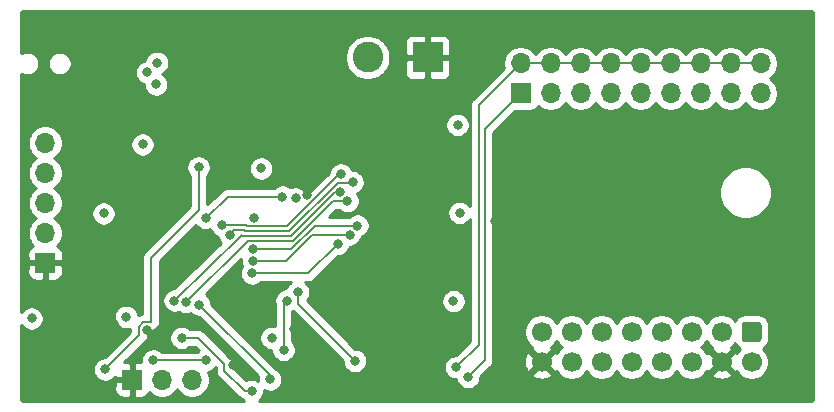
<source format=gbr>
%TF.GenerationSoftware,KiCad,Pcbnew,5.1.6-c6e7f7d~87~ubuntu20.04.1*%
%TF.CreationDate,2020-11-01T20:39:10-05:00*%
%TF.ProjectId,STM32 Driver v1,53544d33-3220-4447-9269-766572207631,rev?*%
%TF.SameCoordinates,Original*%
%TF.FileFunction,Copper,L4,Bot*%
%TF.FilePolarity,Positive*%
%FSLAX46Y46*%
G04 Gerber Fmt 4.6, Leading zero omitted, Abs format (unit mm)*
G04 Created by KiCad (PCBNEW 5.1.6-c6e7f7d~87~ubuntu20.04.1) date 2020-11-01 20:39:10*
%MOMM*%
%LPD*%
G01*
G04 APERTURE LIST*
%TA.AperFunction,ComponentPad*%
%ADD10C,1.700000*%
%TD*%
%TA.AperFunction,ComponentPad*%
%ADD11R,2.600000X2.600000*%
%TD*%
%TA.AperFunction,ComponentPad*%
%ADD12C,2.600000*%
%TD*%
%TA.AperFunction,ComponentPad*%
%ADD13R,1.700000X1.700000*%
%TD*%
%TA.AperFunction,ComponentPad*%
%ADD14O,1.700000X1.700000*%
%TD*%
%TA.AperFunction,ViaPad*%
%ADD15C,0.800000*%
%TD*%
%TA.AperFunction,Conductor*%
%ADD16C,0.200000*%
%TD*%
%TA.AperFunction,Conductor*%
%ADD17C,0.254000*%
%TD*%
G04 APERTURE END LIST*
D10*
%TO.P,J3,16*%
%TO.N,GND*%
X185928000Y-131953000D03*
%TO.P,J3,14*%
%TO.N,LAT*%
X188468000Y-131953000D03*
%TO.P,J3,12*%
%TO.N,D*%
X191008000Y-131953000D03*
%TO.P,J3,10*%
%TO.N,B*%
X193548000Y-131953000D03*
%TO.P,J3,8*%
%TO.N,E*%
X196088000Y-131953000D03*
%TO.P,J3,6*%
%TO.N,G1*%
X198628000Y-131953000D03*
%TO.P,J3,4*%
%TO.N,GND*%
X201168000Y-131953000D03*
%TO.P,J3,2*%
%TO.N,G0*%
X203708000Y-131953000D03*
%TO.P,J3,15*%
%TO.N,~OE*%
X185928000Y-129413000D03*
%TO.P,J3,13*%
%TO.N,CLK*%
X188468000Y-129413000D03*
%TO.P,J3,11*%
%TO.N,C*%
X191008000Y-129413000D03*
%TO.P,J3,9*%
%TO.N,A*%
X193548000Y-129413000D03*
%TO.P,J3,7*%
%TO.N,B1*%
X196088000Y-129413000D03*
%TO.P,J3,5*%
%TO.N,R1*%
X198628000Y-129413000D03*
%TO.P,J3,3*%
%TO.N,B0*%
X201168000Y-129413000D03*
%TO.P,J3,1*%
%TO.N,R0*%
%TA.AperFunction,ComponentPad*%
G36*
G01*
X203108000Y-128563000D02*
X204308000Y-128563000D01*
G75*
G02*
X204558000Y-128813000I0J-250000D01*
G01*
X204558000Y-130013000D01*
G75*
G02*
X204308000Y-130263000I-250000J0D01*
G01*
X203108000Y-130263000D01*
G75*
G02*
X202858000Y-130013000I0J250000D01*
G01*
X202858000Y-128813000D01*
G75*
G02*
X203108000Y-128563000I250000J0D01*
G01*
G37*
%TD.AperFunction*%
%TD*%
D11*
%TO.P,J2,1*%
%TO.N,GND*%
X176276000Y-106172000D03*
D12*
%TO.P,J2,2*%
%TO.N,+5V*%
X171196000Y-106172000D03*
%TD*%
D13*
%TO.P,J4,1*%
%TO.N,LED_0*%
X184150000Y-109220000D03*
D14*
%TO.P,J4,2*%
%TO.N,LED_CLK*%
X184150000Y-106680000D03*
%TO.P,J4,3*%
%TO.N,LED_1*%
X186690000Y-109220000D03*
%TO.P,J4,4*%
%TO.N,LED_CLK*%
X186690000Y-106680000D03*
%TO.P,J4,5*%
%TO.N,LED_2*%
X189230000Y-109220000D03*
%TO.P,J4,6*%
%TO.N,LED_CLK*%
X189230000Y-106680000D03*
%TO.P,J4,7*%
%TO.N,LED_3*%
X191770000Y-109220000D03*
%TO.P,J4,8*%
%TO.N,LED_CLK*%
X191770000Y-106680000D03*
%TO.P,J4,9*%
%TO.N,LED_4*%
X194310000Y-109220000D03*
%TO.P,J4,10*%
%TO.N,LED_CLK*%
X194310000Y-106680000D03*
%TO.P,J4,11*%
%TO.N,LED_5*%
X196850000Y-109220000D03*
%TO.P,J4,12*%
%TO.N,LED_CLK*%
X196850000Y-106680000D03*
%TO.P,J4,13*%
%TO.N,LED_6*%
X199390000Y-109220000D03*
%TO.P,J4,14*%
%TO.N,LED_CLK*%
X199390000Y-106680000D03*
%TO.P,J4,15*%
%TO.N,LED_7*%
X201930000Y-109220000D03*
%TO.P,J4,16*%
%TO.N,LED_CLK*%
X201930000Y-106680000D03*
%TO.P,J4,17*%
%TO.N,LED_8*%
X204470000Y-109220000D03*
%TO.P,J4,18*%
%TO.N,LED_CLK*%
X204470000Y-106680000D03*
%TD*%
D13*
%TO.P,J5,1*%
%TO.N,GND*%
X143891000Y-123571000D03*
D14*
%TO.P,J5,2*%
%TO.N,SPI1_COPI*%
X143891000Y-121031000D03*
%TO.P,J5,3*%
%TO.N,SPI1_CIPO*%
X143891000Y-118491000D03*
%TO.P,J5,4*%
%TO.N,SPI1_SCK*%
X143891000Y-115951000D03*
%TO.P,J5,5*%
%TO.N,SPI1_NCS*%
X143891000Y-113411000D03*
%TD*%
D13*
%TO.P,J6,1*%
%TO.N,GND*%
X151257000Y-133477000D03*
D14*
%TO.P,J6,2*%
%TO.N,UART1_TX*%
X153797000Y-133477000D03*
%TO.P,J6,3*%
%TO.N,UART1_RX*%
X156337000Y-133477000D03*
%TD*%
D15*
%TO.N,GND*%
X171577000Y-133985000D03*
X172974000Y-125984000D03*
X172720000Y-118618000D03*
X175701883Y-113520982D03*
X176022000Y-120904000D03*
X176022000Y-128016000D03*
X181991000Y-120015000D03*
X182499000Y-112522000D03*
X152960565Y-112290173D03*
X164211000Y-112268000D03*
X154432000Y-110109000D03*
X155369748Y-118945556D03*
X153289000Y-119634000D03*
X152527000Y-129286000D03*
X164973000Y-129159000D03*
X161544000Y-119771056D03*
X166048317Y-117792638D03*
X148844000Y-117856000D03*
X148844000Y-104140000D03*
X153289000Y-102997000D03*
X161671000Y-102997000D03*
X157988000Y-102997000D03*
X156083000Y-104902000D03*
X156083000Y-107569000D03*
X144399000Y-128651000D03*
X147701000Y-128905000D03*
X159766000Y-132207000D03*
X149733000Y-128778000D03*
X145542000Y-128778000D03*
X182118000Y-127000000D03*
X143256000Y-108204000D03*
X149860000Y-110998000D03*
X162306000Y-114046000D03*
%TO.N,+3V3*%
X152146000Y-113538000D03*
X162179000Y-115570000D03*
X165100000Y-118110000D03*
X163068000Y-129921000D03*
X148844000Y-119380000D03*
X153289000Y-108458000D03*
X152527000Y-107442000D03*
X153365000Y-106629000D03*
X142748000Y-128270000D03*
X150749000Y-128143000D03*
%TO.N,+5V*%
X178816000Y-111887000D03*
X178982934Y-119322010D03*
X178459523Y-126810127D03*
%TO.N,SWDIO*%
X157480000Y-131826000D03*
X153035000Y-131826000D03*
%TO.N,SWCLK*%
X164338000Y-126756952D03*
X164084000Y-130937000D03*
%TO.N,~RESET*%
X148971000Y-132588000D03*
X156883969Y-115468838D03*
%TO.N,LED_0*%
X179705000Y-133223000D03*
%TO.N,LED_CLK*%
X178689000Y-132399990D03*
%TO.N,PC3*%
X163984585Y-117958147D03*
X157480000Y-119762855D03*
%TO.N,PC4*%
X168923586Y-116072010D03*
X158877000Y-120396000D03*
%TO.N,PC5*%
X169926000Y-116722010D03*
X159517192Y-121164231D03*
%TO.N,PB0*%
X161456298Y-122384089D03*
X170330930Y-120405952D03*
%TO.N,PB1*%
X161504077Y-123382959D03*
X169676564Y-121162146D03*
%TO.N,PB2*%
X161417000Y-124460000D03*
X168656000Y-121981990D03*
%TO.N,PB14*%
X155448000Y-129921000D03*
X161372855Y-134426111D03*
%TO.N,PC6*%
X154836751Y-126748640D03*
X168893327Y-117523337D03*
%TO.N,PC7*%
X155829333Y-126872451D03*
X169485666Y-118329040D03*
%TO.N,PC8*%
X156933091Y-127089141D03*
X162940503Y-133424164D03*
%TO.N,PC10*%
X170116500Y-131850010D03*
X165286516Y-126044515D03*
%TD*%
D16*
%TO.N,SWDIO*%
X157480000Y-131826000D02*
X153035000Y-131826000D01*
%TO.N,SWCLK*%
X164084000Y-127010952D02*
X164084000Y-130937000D01*
X164338000Y-126756952D02*
X164084000Y-127010952D01*
%TO.N,~RESET*%
X152190999Y-128585999D02*
X152863001Y-128585999D01*
X151826999Y-128949999D02*
X152190999Y-128585999D01*
X151826999Y-129622001D02*
X151826999Y-128949999D01*
X151881999Y-129677001D02*
X151826999Y-129622001D01*
X148971000Y-132588000D02*
X151881999Y-129677001D01*
X152863001Y-128585999D02*
X152863001Y-123107999D01*
X156883969Y-119087031D02*
X156883969Y-115468838D01*
X152863001Y-123107999D02*
X156883969Y-119087031D01*
%TO.N,LED_0*%
X179705000Y-133223000D02*
X181102000Y-131826000D01*
X181102000Y-112268000D02*
X184150000Y-109220000D01*
X181102000Y-131826000D02*
X181102000Y-112268000D01*
%TO.N,LED_CLK*%
X184150000Y-106680000D02*
X204470000Y-106680000D01*
X180594000Y-130494990D02*
X178689000Y-132399990D01*
X180594000Y-110236000D02*
X180594000Y-130494990D01*
X184150000Y-106680000D02*
X180594000Y-110236000D01*
%TO.N,PC3*%
X159372221Y-117958147D02*
X163984585Y-117958147D01*
X157480000Y-119762855D02*
X159372221Y-117958147D01*
%TO.N,PC4*%
X168788990Y-116072010D02*
X168923586Y-116072010D01*
X164389939Y-120471061D02*
X168788990Y-116072010D01*
X160953999Y-120471061D02*
X164389939Y-120471061D01*
X160878938Y-120396000D02*
X160953999Y-120471061D01*
X158877000Y-120396000D02*
X160878938Y-120396000D01*
%TO.N,PC5*%
X160788310Y-120871066D02*
X160713255Y-120796011D01*
X160713255Y-120796011D02*
X159885412Y-120796011D01*
X159885412Y-120796011D02*
X159517192Y-121164231D01*
X169926000Y-116722010D02*
X169875998Y-116772012D01*
X169875998Y-116772012D02*
X168654688Y-116772012D01*
X168654688Y-116772012D02*
X164555634Y-120871066D01*
X164555634Y-120871066D02*
X160788310Y-120871066D01*
%TO.N,PB0*%
X164739711Y-122384089D02*
X166717848Y-120405952D01*
X161456298Y-122384089D02*
X164739711Y-122384089D01*
X166717848Y-120405952D02*
X170330930Y-120405952D01*
%TO.N,PB1*%
X161504077Y-123382959D02*
X164306541Y-123382959D01*
X164306541Y-123382959D02*
X166527354Y-121162146D01*
X166527354Y-121162146D02*
X169676564Y-121162146D01*
%TO.N,PB2*%
X166177990Y-124460000D02*
X168656000Y-121981990D01*
X161417000Y-124460000D02*
X166177990Y-124460000D01*
%TO.N,PB14*%
X155448000Y-129921000D02*
X156867744Y-129921000D01*
X159065999Y-132119255D02*
X159065999Y-132684940D01*
X156867744Y-129921000D02*
X159065999Y-132119255D01*
X159065999Y-132684940D02*
X160807170Y-134426111D01*
X160807170Y-134426111D02*
X161372855Y-134426111D01*
%TO.N,PC6*%
X154836751Y-126748640D02*
X160522018Y-121196022D01*
X160597065Y-121271069D02*
X164721331Y-121271069D01*
X160522018Y-121196022D02*
X160597065Y-121271069D01*
X164721331Y-121271069D02*
X168469063Y-117523337D01*
X168469063Y-117523337D02*
X168893327Y-117523337D01*
%TO.N,PC7*%
X161030709Y-121671075D02*
X164887025Y-121671075D01*
X168229060Y-118329040D02*
X169485666Y-118329040D01*
X164887025Y-121671075D02*
X168229060Y-118329040D01*
X155829333Y-126872451D02*
X161030709Y-121671075D01*
%TO.N,PC8*%
X156933091Y-127089141D02*
X162940503Y-133096553D01*
X162940503Y-133096553D02*
X162940503Y-133424164D01*
%TO.N,PC10*%
X170116500Y-131850010D02*
X165286516Y-127020026D01*
X165286516Y-127020026D02*
X165286516Y-126044515D01*
%TD*%
D17*
%TO.N,GND*%
G36*
X208807197Y-102265047D02*
G01*
X208825662Y-102270622D01*
X208842694Y-102279678D01*
X208857643Y-102291870D01*
X208869938Y-102306732D01*
X208879111Y-102323696D01*
X208884817Y-102342129D01*
X208890000Y-102391446D01*
X208890001Y-135095712D01*
X208884953Y-135147195D01*
X208879377Y-135165663D01*
X208870322Y-135182693D01*
X208858129Y-135197643D01*
X208843266Y-135209939D01*
X208826303Y-135219111D01*
X208807871Y-135224817D01*
X208758554Y-135230000D01*
X162032677Y-135230000D01*
X162176792Y-135085885D01*
X162290060Y-134916367D01*
X162368081Y-134728009D01*
X162407855Y-134528050D01*
X162407855Y-134324172D01*
X162405302Y-134311338D01*
X162450247Y-134341369D01*
X162638605Y-134419390D01*
X162838564Y-134459164D01*
X163042442Y-134459164D01*
X163242401Y-134419390D01*
X163430759Y-134341369D01*
X163600277Y-134228101D01*
X163744440Y-134083938D01*
X163857708Y-133914420D01*
X163935729Y-133726062D01*
X163975503Y-133526103D01*
X163975503Y-133322225D01*
X163935729Y-133122266D01*
X163857708Y-132933908D01*
X163744440Y-132764390D01*
X163600277Y-132620227D01*
X163430759Y-132506959D01*
X163361786Y-132478389D01*
X157968091Y-127084695D01*
X157968091Y-126987202D01*
X157928317Y-126787243D01*
X157850296Y-126598885D01*
X157737028Y-126429367D01*
X157592865Y-126285204D01*
X157510836Y-126230394D01*
X160471278Y-123269952D01*
X160469077Y-123281020D01*
X160469077Y-123484898D01*
X160508851Y-123684857D01*
X160578232Y-123852355D01*
X160499795Y-123969744D01*
X160421774Y-124158102D01*
X160382000Y-124358061D01*
X160382000Y-124561939D01*
X160421774Y-124761898D01*
X160499795Y-124950256D01*
X160613063Y-125119774D01*
X160757226Y-125263937D01*
X160926744Y-125377205D01*
X161115102Y-125455226D01*
X161315061Y-125495000D01*
X161518939Y-125495000D01*
X161718898Y-125455226D01*
X161907256Y-125377205D01*
X162076774Y-125263937D01*
X162145711Y-125195000D01*
X164694954Y-125195000D01*
X164626742Y-125240578D01*
X164482579Y-125384741D01*
X164369311Y-125554259D01*
X164299850Y-125721952D01*
X164236061Y-125721952D01*
X164036102Y-125761726D01*
X163847744Y-125839747D01*
X163678226Y-125953015D01*
X163534063Y-126097178D01*
X163420795Y-126266696D01*
X163342774Y-126455054D01*
X163303000Y-126655013D01*
X163303000Y-126858891D01*
X163342774Y-127058850D01*
X163349000Y-127073881D01*
X163349000Y-128921617D01*
X163169939Y-128886000D01*
X162966061Y-128886000D01*
X162766102Y-128925774D01*
X162577744Y-129003795D01*
X162408226Y-129117063D01*
X162264063Y-129261226D01*
X162150795Y-129430744D01*
X162072774Y-129619102D01*
X162033000Y-129819061D01*
X162033000Y-130022939D01*
X162072774Y-130222898D01*
X162150795Y-130411256D01*
X162264063Y-130580774D01*
X162408226Y-130724937D01*
X162577744Y-130838205D01*
X162766102Y-130916226D01*
X162966061Y-130956000D01*
X163049000Y-130956000D01*
X163049000Y-131038939D01*
X163088774Y-131238898D01*
X163166795Y-131427256D01*
X163280063Y-131596774D01*
X163424226Y-131740937D01*
X163593744Y-131854205D01*
X163782102Y-131932226D01*
X163982061Y-131972000D01*
X164185939Y-131972000D01*
X164385898Y-131932226D01*
X164574256Y-131854205D01*
X164743774Y-131740937D01*
X164887937Y-131596774D01*
X165001205Y-131427256D01*
X165079226Y-131238898D01*
X165119000Y-131038939D01*
X165119000Y-130835061D01*
X165079226Y-130635102D01*
X165001205Y-130446744D01*
X164887937Y-130277226D01*
X164819000Y-130208289D01*
X164819000Y-127677991D01*
X164828256Y-127674157D01*
X164871983Y-127644939D01*
X169081500Y-131854457D01*
X169081500Y-131951949D01*
X169121274Y-132151908D01*
X169199295Y-132340266D01*
X169312563Y-132509784D01*
X169456726Y-132653947D01*
X169626244Y-132767215D01*
X169814602Y-132845236D01*
X170014561Y-132885010D01*
X170218439Y-132885010D01*
X170418398Y-132845236D01*
X170606756Y-132767215D01*
X170776274Y-132653947D01*
X170920437Y-132509784D01*
X171033705Y-132340266D01*
X171051191Y-132298051D01*
X177654000Y-132298051D01*
X177654000Y-132501929D01*
X177693774Y-132701888D01*
X177771795Y-132890246D01*
X177885063Y-133059764D01*
X178029226Y-133203927D01*
X178198744Y-133317195D01*
X178387102Y-133395216D01*
X178587061Y-133434990D01*
X178691890Y-133434990D01*
X178709774Y-133524898D01*
X178787795Y-133713256D01*
X178901063Y-133882774D01*
X179045226Y-134026937D01*
X179214744Y-134140205D01*
X179403102Y-134218226D01*
X179603061Y-134258000D01*
X179806939Y-134258000D01*
X180006898Y-134218226D01*
X180195256Y-134140205D01*
X180364774Y-134026937D01*
X180508937Y-133882774D01*
X180622205Y-133713256D01*
X180700226Y-133524898D01*
X180740000Y-133324939D01*
X180740000Y-133227446D01*
X180986049Y-132981397D01*
X185079208Y-132981397D01*
X185156843Y-133230472D01*
X185420883Y-133356371D01*
X185704411Y-133428339D01*
X185996531Y-133443611D01*
X186286019Y-133401599D01*
X186561747Y-133303919D01*
X186699157Y-133230472D01*
X186776792Y-132981397D01*
X185928000Y-132132605D01*
X185079208Y-132981397D01*
X180986049Y-132981397D01*
X181596197Y-132371250D01*
X181624237Y-132348238D01*
X181647250Y-132320197D01*
X181647253Y-132320194D01*
X181716086Y-132236321D01*
X181716087Y-132236320D01*
X181784337Y-132108633D01*
X181810759Y-132021531D01*
X184437389Y-132021531D01*
X184479401Y-132311019D01*
X184577081Y-132586747D01*
X184650528Y-132724157D01*
X184899603Y-132801792D01*
X185748395Y-131953000D01*
X184899603Y-131104208D01*
X184650528Y-131181843D01*
X184524629Y-131445883D01*
X184452661Y-131729411D01*
X184437389Y-132021531D01*
X181810759Y-132021531D01*
X181826365Y-131970085D01*
X181837000Y-131862105D01*
X181837000Y-131862096D01*
X181840555Y-131826001D01*
X181837000Y-131789906D01*
X181837000Y-129266740D01*
X184443000Y-129266740D01*
X184443000Y-129559260D01*
X184500068Y-129846158D01*
X184612010Y-130116411D01*
X184774525Y-130359632D01*
X184981368Y-130566475D01*
X185154729Y-130682311D01*
X185079208Y-130924603D01*
X185928000Y-131773395D01*
X186776792Y-130924603D01*
X186701271Y-130682311D01*
X186874632Y-130566475D01*
X187081475Y-130359632D01*
X187198000Y-130185240D01*
X187314525Y-130359632D01*
X187521368Y-130566475D01*
X187695760Y-130683000D01*
X187521368Y-130799525D01*
X187314525Y-131006368D01*
X187198689Y-131179729D01*
X186956397Y-131104208D01*
X186107605Y-131953000D01*
X186956397Y-132801792D01*
X187198689Y-132726271D01*
X187314525Y-132899632D01*
X187521368Y-133106475D01*
X187764589Y-133268990D01*
X188034842Y-133380932D01*
X188321740Y-133438000D01*
X188614260Y-133438000D01*
X188901158Y-133380932D01*
X189171411Y-133268990D01*
X189414632Y-133106475D01*
X189621475Y-132899632D01*
X189738000Y-132725240D01*
X189854525Y-132899632D01*
X190061368Y-133106475D01*
X190304589Y-133268990D01*
X190574842Y-133380932D01*
X190861740Y-133438000D01*
X191154260Y-133438000D01*
X191441158Y-133380932D01*
X191711411Y-133268990D01*
X191954632Y-133106475D01*
X192161475Y-132899632D01*
X192278000Y-132725240D01*
X192394525Y-132899632D01*
X192601368Y-133106475D01*
X192844589Y-133268990D01*
X193114842Y-133380932D01*
X193401740Y-133438000D01*
X193694260Y-133438000D01*
X193981158Y-133380932D01*
X194251411Y-133268990D01*
X194494632Y-133106475D01*
X194701475Y-132899632D01*
X194818000Y-132725240D01*
X194934525Y-132899632D01*
X195141368Y-133106475D01*
X195384589Y-133268990D01*
X195654842Y-133380932D01*
X195941740Y-133438000D01*
X196234260Y-133438000D01*
X196521158Y-133380932D01*
X196791411Y-133268990D01*
X197034632Y-133106475D01*
X197241475Y-132899632D01*
X197358000Y-132725240D01*
X197474525Y-132899632D01*
X197681368Y-133106475D01*
X197924589Y-133268990D01*
X198194842Y-133380932D01*
X198481740Y-133438000D01*
X198774260Y-133438000D01*
X199061158Y-133380932D01*
X199331411Y-133268990D01*
X199574632Y-133106475D01*
X199699710Y-132981397D01*
X200319208Y-132981397D01*
X200396843Y-133230472D01*
X200660883Y-133356371D01*
X200944411Y-133428339D01*
X201236531Y-133443611D01*
X201526019Y-133401599D01*
X201801747Y-133303919D01*
X201939157Y-133230472D01*
X202016792Y-132981397D01*
X201168000Y-132132605D01*
X200319208Y-132981397D01*
X199699710Y-132981397D01*
X199781475Y-132899632D01*
X199897311Y-132726271D01*
X200139603Y-132801792D01*
X200988395Y-131953000D01*
X200139603Y-131104208D01*
X199897311Y-131179729D01*
X199781475Y-131006368D01*
X199574632Y-130799525D01*
X199400240Y-130683000D01*
X199574632Y-130566475D01*
X199781475Y-130359632D01*
X199898000Y-130185240D01*
X200014525Y-130359632D01*
X200221368Y-130566475D01*
X200394729Y-130682311D01*
X200319208Y-130924603D01*
X201168000Y-131773395D01*
X202016792Y-130924603D01*
X201941271Y-130682311D01*
X202114632Y-130566475D01*
X202301715Y-130379392D01*
X202369595Y-130506386D01*
X202480038Y-130640962D01*
X202614614Y-130751405D01*
X202741608Y-130819285D01*
X202554525Y-131006368D01*
X202438689Y-131179729D01*
X202196397Y-131104208D01*
X201347605Y-131953000D01*
X202196397Y-132801792D01*
X202438689Y-132726271D01*
X202554525Y-132899632D01*
X202761368Y-133106475D01*
X203004589Y-133268990D01*
X203274842Y-133380932D01*
X203561740Y-133438000D01*
X203854260Y-133438000D01*
X204141158Y-133380932D01*
X204411411Y-133268990D01*
X204654632Y-133106475D01*
X204861475Y-132899632D01*
X205023990Y-132656411D01*
X205135932Y-132386158D01*
X205193000Y-132099260D01*
X205193000Y-131806740D01*
X205135932Y-131519842D01*
X205023990Y-131249589D01*
X204861475Y-131006368D01*
X204674392Y-130819285D01*
X204801386Y-130751405D01*
X204935962Y-130640962D01*
X205046405Y-130506386D01*
X205128472Y-130352850D01*
X205179008Y-130186254D01*
X205196072Y-130013000D01*
X205196072Y-128813000D01*
X205179008Y-128639746D01*
X205128472Y-128473150D01*
X205046405Y-128319614D01*
X204935962Y-128185038D01*
X204801386Y-128074595D01*
X204647850Y-127992528D01*
X204481254Y-127941992D01*
X204308000Y-127924928D01*
X203108000Y-127924928D01*
X202934746Y-127941992D01*
X202768150Y-127992528D01*
X202614614Y-128074595D01*
X202480038Y-128185038D01*
X202369595Y-128319614D01*
X202301715Y-128446608D01*
X202114632Y-128259525D01*
X201871411Y-128097010D01*
X201601158Y-127985068D01*
X201314260Y-127928000D01*
X201021740Y-127928000D01*
X200734842Y-127985068D01*
X200464589Y-128097010D01*
X200221368Y-128259525D01*
X200014525Y-128466368D01*
X199898000Y-128640760D01*
X199781475Y-128466368D01*
X199574632Y-128259525D01*
X199331411Y-128097010D01*
X199061158Y-127985068D01*
X198774260Y-127928000D01*
X198481740Y-127928000D01*
X198194842Y-127985068D01*
X197924589Y-128097010D01*
X197681368Y-128259525D01*
X197474525Y-128466368D01*
X197358000Y-128640760D01*
X197241475Y-128466368D01*
X197034632Y-128259525D01*
X196791411Y-128097010D01*
X196521158Y-127985068D01*
X196234260Y-127928000D01*
X195941740Y-127928000D01*
X195654842Y-127985068D01*
X195384589Y-128097010D01*
X195141368Y-128259525D01*
X194934525Y-128466368D01*
X194818000Y-128640760D01*
X194701475Y-128466368D01*
X194494632Y-128259525D01*
X194251411Y-128097010D01*
X193981158Y-127985068D01*
X193694260Y-127928000D01*
X193401740Y-127928000D01*
X193114842Y-127985068D01*
X192844589Y-128097010D01*
X192601368Y-128259525D01*
X192394525Y-128466368D01*
X192278000Y-128640760D01*
X192161475Y-128466368D01*
X191954632Y-128259525D01*
X191711411Y-128097010D01*
X191441158Y-127985068D01*
X191154260Y-127928000D01*
X190861740Y-127928000D01*
X190574842Y-127985068D01*
X190304589Y-128097010D01*
X190061368Y-128259525D01*
X189854525Y-128466368D01*
X189738000Y-128640760D01*
X189621475Y-128466368D01*
X189414632Y-128259525D01*
X189171411Y-128097010D01*
X188901158Y-127985068D01*
X188614260Y-127928000D01*
X188321740Y-127928000D01*
X188034842Y-127985068D01*
X187764589Y-128097010D01*
X187521368Y-128259525D01*
X187314525Y-128466368D01*
X187198000Y-128640760D01*
X187081475Y-128466368D01*
X186874632Y-128259525D01*
X186631411Y-128097010D01*
X186361158Y-127985068D01*
X186074260Y-127928000D01*
X185781740Y-127928000D01*
X185494842Y-127985068D01*
X185224589Y-128097010D01*
X184981368Y-128259525D01*
X184774525Y-128466368D01*
X184612010Y-128709589D01*
X184500068Y-128979842D01*
X184443000Y-129266740D01*
X181837000Y-129266740D01*
X181837000Y-117381872D01*
X200965000Y-117381872D01*
X200965000Y-117822128D01*
X201050890Y-118253925D01*
X201219369Y-118660669D01*
X201463962Y-119026729D01*
X201775271Y-119338038D01*
X202141331Y-119582631D01*
X202548075Y-119751110D01*
X202979872Y-119837000D01*
X203420128Y-119837000D01*
X203851925Y-119751110D01*
X204258669Y-119582631D01*
X204624729Y-119338038D01*
X204936038Y-119026729D01*
X205180631Y-118660669D01*
X205349110Y-118253925D01*
X205435000Y-117822128D01*
X205435000Y-117381872D01*
X205349110Y-116950075D01*
X205180631Y-116543331D01*
X204936038Y-116177271D01*
X204624729Y-115865962D01*
X204258669Y-115621369D01*
X203851925Y-115452890D01*
X203420128Y-115367000D01*
X202979872Y-115367000D01*
X202548075Y-115452890D01*
X202141331Y-115621369D01*
X201775271Y-115865962D01*
X201463962Y-116177271D01*
X201219369Y-116543331D01*
X201050890Y-116950075D01*
X200965000Y-117381872D01*
X181837000Y-117381872D01*
X181837000Y-112572446D01*
X183701375Y-110708072D01*
X185000000Y-110708072D01*
X185124482Y-110695812D01*
X185244180Y-110659502D01*
X185354494Y-110600537D01*
X185451185Y-110521185D01*
X185530537Y-110424494D01*
X185589502Y-110314180D01*
X185611513Y-110241620D01*
X185743368Y-110373475D01*
X185986589Y-110535990D01*
X186256842Y-110647932D01*
X186543740Y-110705000D01*
X186836260Y-110705000D01*
X187123158Y-110647932D01*
X187393411Y-110535990D01*
X187636632Y-110373475D01*
X187843475Y-110166632D01*
X187960000Y-109992240D01*
X188076525Y-110166632D01*
X188283368Y-110373475D01*
X188526589Y-110535990D01*
X188796842Y-110647932D01*
X189083740Y-110705000D01*
X189376260Y-110705000D01*
X189663158Y-110647932D01*
X189933411Y-110535990D01*
X190176632Y-110373475D01*
X190383475Y-110166632D01*
X190500000Y-109992240D01*
X190616525Y-110166632D01*
X190823368Y-110373475D01*
X191066589Y-110535990D01*
X191336842Y-110647932D01*
X191623740Y-110705000D01*
X191916260Y-110705000D01*
X192203158Y-110647932D01*
X192473411Y-110535990D01*
X192716632Y-110373475D01*
X192923475Y-110166632D01*
X193040000Y-109992240D01*
X193156525Y-110166632D01*
X193363368Y-110373475D01*
X193606589Y-110535990D01*
X193876842Y-110647932D01*
X194163740Y-110705000D01*
X194456260Y-110705000D01*
X194743158Y-110647932D01*
X195013411Y-110535990D01*
X195256632Y-110373475D01*
X195463475Y-110166632D01*
X195580000Y-109992240D01*
X195696525Y-110166632D01*
X195903368Y-110373475D01*
X196146589Y-110535990D01*
X196416842Y-110647932D01*
X196703740Y-110705000D01*
X196996260Y-110705000D01*
X197283158Y-110647932D01*
X197553411Y-110535990D01*
X197796632Y-110373475D01*
X198003475Y-110166632D01*
X198120000Y-109992240D01*
X198236525Y-110166632D01*
X198443368Y-110373475D01*
X198686589Y-110535990D01*
X198956842Y-110647932D01*
X199243740Y-110705000D01*
X199536260Y-110705000D01*
X199823158Y-110647932D01*
X200093411Y-110535990D01*
X200336632Y-110373475D01*
X200543475Y-110166632D01*
X200660000Y-109992240D01*
X200776525Y-110166632D01*
X200983368Y-110373475D01*
X201226589Y-110535990D01*
X201496842Y-110647932D01*
X201783740Y-110705000D01*
X202076260Y-110705000D01*
X202363158Y-110647932D01*
X202633411Y-110535990D01*
X202876632Y-110373475D01*
X203083475Y-110166632D01*
X203200000Y-109992240D01*
X203316525Y-110166632D01*
X203523368Y-110373475D01*
X203766589Y-110535990D01*
X204036842Y-110647932D01*
X204323740Y-110705000D01*
X204616260Y-110705000D01*
X204903158Y-110647932D01*
X205173411Y-110535990D01*
X205416632Y-110373475D01*
X205623475Y-110166632D01*
X205785990Y-109923411D01*
X205897932Y-109653158D01*
X205955000Y-109366260D01*
X205955000Y-109073740D01*
X205897932Y-108786842D01*
X205785990Y-108516589D01*
X205623475Y-108273368D01*
X205416632Y-108066525D01*
X205242240Y-107950000D01*
X205416632Y-107833475D01*
X205623475Y-107626632D01*
X205785990Y-107383411D01*
X205897932Y-107113158D01*
X205955000Y-106826260D01*
X205955000Y-106533740D01*
X205897932Y-106246842D01*
X205785990Y-105976589D01*
X205623475Y-105733368D01*
X205416632Y-105526525D01*
X205173411Y-105364010D01*
X204903158Y-105252068D01*
X204616260Y-105195000D01*
X204323740Y-105195000D01*
X204036842Y-105252068D01*
X203766589Y-105364010D01*
X203523368Y-105526525D01*
X203316525Y-105733368D01*
X203200000Y-105907760D01*
X203083475Y-105733368D01*
X202876632Y-105526525D01*
X202633411Y-105364010D01*
X202363158Y-105252068D01*
X202076260Y-105195000D01*
X201783740Y-105195000D01*
X201496842Y-105252068D01*
X201226589Y-105364010D01*
X200983368Y-105526525D01*
X200776525Y-105733368D01*
X200660000Y-105907760D01*
X200543475Y-105733368D01*
X200336632Y-105526525D01*
X200093411Y-105364010D01*
X199823158Y-105252068D01*
X199536260Y-105195000D01*
X199243740Y-105195000D01*
X198956842Y-105252068D01*
X198686589Y-105364010D01*
X198443368Y-105526525D01*
X198236525Y-105733368D01*
X198120000Y-105907760D01*
X198003475Y-105733368D01*
X197796632Y-105526525D01*
X197553411Y-105364010D01*
X197283158Y-105252068D01*
X196996260Y-105195000D01*
X196703740Y-105195000D01*
X196416842Y-105252068D01*
X196146589Y-105364010D01*
X195903368Y-105526525D01*
X195696525Y-105733368D01*
X195580000Y-105907760D01*
X195463475Y-105733368D01*
X195256632Y-105526525D01*
X195013411Y-105364010D01*
X194743158Y-105252068D01*
X194456260Y-105195000D01*
X194163740Y-105195000D01*
X193876842Y-105252068D01*
X193606589Y-105364010D01*
X193363368Y-105526525D01*
X193156525Y-105733368D01*
X193040000Y-105907760D01*
X192923475Y-105733368D01*
X192716632Y-105526525D01*
X192473411Y-105364010D01*
X192203158Y-105252068D01*
X191916260Y-105195000D01*
X191623740Y-105195000D01*
X191336842Y-105252068D01*
X191066589Y-105364010D01*
X190823368Y-105526525D01*
X190616525Y-105733368D01*
X190500000Y-105907760D01*
X190383475Y-105733368D01*
X190176632Y-105526525D01*
X189933411Y-105364010D01*
X189663158Y-105252068D01*
X189376260Y-105195000D01*
X189083740Y-105195000D01*
X188796842Y-105252068D01*
X188526589Y-105364010D01*
X188283368Y-105526525D01*
X188076525Y-105733368D01*
X187960000Y-105907760D01*
X187843475Y-105733368D01*
X187636632Y-105526525D01*
X187393411Y-105364010D01*
X187123158Y-105252068D01*
X186836260Y-105195000D01*
X186543740Y-105195000D01*
X186256842Y-105252068D01*
X185986589Y-105364010D01*
X185743368Y-105526525D01*
X185536525Y-105733368D01*
X185420000Y-105907760D01*
X185303475Y-105733368D01*
X185096632Y-105526525D01*
X184853411Y-105364010D01*
X184583158Y-105252068D01*
X184296260Y-105195000D01*
X184003740Y-105195000D01*
X183716842Y-105252068D01*
X183446589Y-105364010D01*
X183203368Y-105526525D01*
X182996525Y-105733368D01*
X182834010Y-105976589D01*
X182722068Y-106246842D01*
X182665000Y-106533740D01*
X182665000Y-106826260D01*
X182714656Y-107075897D01*
X180099808Y-109690746D01*
X180071762Y-109713763D01*
X179979913Y-109825681D01*
X179911663Y-109953368D01*
X179882384Y-110049887D01*
X179869635Y-110091915D01*
X179855444Y-110236000D01*
X179859000Y-110272105D01*
X179859000Y-118770186D01*
X179786871Y-118662236D01*
X179642708Y-118518073D01*
X179473190Y-118404805D01*
X179284832Y-118326784D01*
X179084873Y-118287010D01*
X178880995Y-118287010D01*
X178681036Y-118326784D01*
X178492678Y-118404805D01*
X178323160Y-118518073D01*
X178178997Y-118662236D01*
X178065729Y-118831754D01*
X177987708Y-119020112D01*
X177947934Y-119220071D01*
X177947934Y-119423949D01*
X177987708Y-119623908D01*
X178065729Y-119812266D01*
X178178997Y-119981784D01*
X178323160Y-120125947D01*
X178492678Y-120239215D01*
X178681036Y-120317236D01*
X178880995Y-120357010D01*
X179084873Y-120357010D01*
X179284832Y-120317236D01*
X179473190Y-120239215D01*
X179642708Y-120125947D01*
X179786871Y-119981784D01*
X179859000Y-119873834D01*
X179859001Y-130190542D01*
X178684554Y-131364990D01*
X178587061Y-131364990D01*
X178387102Y-131404764D01*
X178198744Y-131482785D01*
X178029226Y-131596053D01*
X177885063Y-131740216D01*
X177771795Y-131909734D01*
X177693774Y-132098092D01*
X177654000Y-132298051D01*
X171051191Y-132298051D01*
X171111726Y-132151908D01*
X171151500Y-131951949D01*
X171151500Y-131748071D01*
X171111726Y-131548112D01*
X171033705Y-131359754D01*
X170920437Y-131190236D01*
X170776274Y-131046073D01*
X170606756Y-130932805D01*
X170418398Y-130854784D01*
X170218439Y-130815010D01*
X170120947Y-130815010D01*
X166050339Y-126744403D01*
X166086554Y-126708188D01*
X177424523Y-126708188D01*
X177424523Y-126912066D01*
X177464297Y-127112025D01*
X177542318Y-127300383D01*
X177655586Y-127469901D01*
X177799749Y-127614064D01*
X177969267Y-127727332D01*
X178157625Y-127805353D01*
X178357584Y-127845127D01*
X178561462Y-127845127D01*
X178761421Y-127805353D01*
X178949779Y-127727332D01*
X179119297Y-127614064D01*
X179263460Y-127469901D01*
X179376728Y-127300383D01*
X179454749Y-127112025D01*
X179494523Y-126912066D01*
X179494523Y-126708188D01*
X179454749Y-126508229D01*
X179376728Y-126319871D01*
X179263460Y-126150353D01*
X179119297Y-126006190D01*
X178949779Y-125892922D01*
X178761421Y-125814901D01*
X178561462Y-125775127D01*
X178357584Y-125775127D01*
X178157625Y-125814901D01*
X177969267Y-125892922D01*
X177799749Y-126006190D01*
X177655586Y-126150353D01*
X177542318Y-126319871D01*
X177464297Y-126508229D01*
X177424523Y-126708188D01*
X166086554Y-126708188D01*
X166090453Y-126704289D01*
X166203721Y-126534771D01*
X166281742Y-126346413D01*
X166321516Y-126146454D01*
X166321516Y-125942576D01*
X166281742Y-125742617D01*
X166203721Y-125554259D01*
X166090453Y-125384741D01*
X165946290Y-125240578D01*
X165878078Y-125195000D01*
X166141885Y-125195000D01*
X166177990Y-125198556D01*
X166214095Y-125195000D01*
X166322075Y-125184365D01*
X166460623Y-125142337D01*
X166588310Y-125074087D01*
X166700228Y-124982238D01*
X166723249Y-124954188D01*
X168660447Y-123016990D01*
X168757939Y-123016990D01*
X168957898Y-122977216D01*
X169146256Y-122899195D01*
X169315774Y-122785927D01*
X169459937Y-122641764D01*
X169573205Y-122472246D01*
X169651226Y-122283888D01*
X169668480Y-122197146D01*
X169778503Y-122197146D01*
X169978462Y-122157372D01*
X170166820Y-122079351D01*
X170336338Y-121966083D01*
X170480501Y-121821920D01*
X170593769Y-121652402D01*
X170671790Y-121464044D01*
X170688916Y-121377945D01*
X170821186Y-121323157D01*
X170990704Y-121209889D01*
X171134867Y-121065726D01*
X171248135Y-120896208D01*
X171326156Y-120707850D01*
X171365930Y-120507891D01*
X171365930Y-120304013D01*
X171326156Y-120104054D01*
X171248135Y-119915696D01*
X171134867Y-119746178D01*
X170990704Y-119602015D01*
X170821186Y-119488747D01*
X170632828Y-119410726D01*
X170432869Y-119370952D01*
X170228991Y-119370952D01*
X170029032Y-119410726D01*
X169840674Y-119488747D01*
X169671156Y-119602015D01*
X169602219Y-119670952D01*
X167926595Y-119670952D01*
X168533507Y-119064040D01*
X168756955Y-119064040D01*
X168825892Y-119132977D01*
X168995410Y-119246245D01*
X169183768Y-119324266D01*
X169383727Y-119364040D01*
X169587605Y-119364040D01*
X169787564Y-119324266D01*
X169975922Y-119246245D01*
X170145440Y-119132977D01*
X170289603Y-118988814D01*
X170402871Y-118819296D01*
X170480892Y-118630938D01*
X170520666Y-118430979D01*
X170520666Y-118227101D01*
X170480892Y-118027142D01*
X170402871Y-117838784D01*
X170301331Y-117686819D01*
X170416256Y-117639215D01*
X170585774Y-117525947D01*
X170729937Y-117381784D01*
X170843205Y-117212266D01*
X170921226Y-117023908D01*
X170961000Y-116823949D01*
X170961000Y-116620071D01*
X170921226Y-116420112D01*
X170843205Y-116231754D01*
X170729937Y-116062236D01*
X170585774Y-115918073D01*
X170416256Y-115804805D01*
X170227898Y-115726784D01*
X170027939Y-115687010D01*
X169884390Y-115687010D01*
X169840791Y-115581754D01*
X169727523Y-115412236D01*
X169583360Y-115268073D01*
X169413842Y-115154805D01*
X169225484Y-115076784D01*
X169025525Y-115037010D01*
X168821647Y-115037010D01*
X168621688Y-115076784D01*
X168433330Y-115154805D01*
X168263812Y-115268073D01*
X168119649Y-115412236D01*
X168006381Y-115581754D01*
X167928360Y-115770112D01*
X167897799Y-115923754D01*
X166071275Y-117750279D01*
X166017205Y-117619744D01*
X165903937Y-117450226D01*
X165759774Y-117306063D01*
X165590256Y-117192795D01*
X165401898Y-117114774D01*
X165201939Y-117075000D01*
X164998061Y-117075000D01*
X164798102Y-117114774D01*
X164661504Y-117171355D01*
X164644359Y-117154210D01*
X164474841Y-117040942D01*
X164286483Y-116962921D01*
X164086524Y-116923147D01*
X163882646Y-116923147D01*
X163682687Y-116962921D01*
X163494329Y-117040942D01*
X163324811Y-117154210D01*
X163255874Y-117223147D01*
X159417049Y-117223147D01*
X159389699Y-117219798D01*
X159344832Y-117223147D01*
X159336116Y-117223147D01*
X159308835Y-117225834D01*
X159245318Y-117230575D01*
X159236865Y-117232922D01*
X159228136Y-117233782D01*
X159167184Y-117252271D01*
X159105814Y-117269313D01*
X159097983Y-117273263D01*
X159089588Y-117275810D01*
X159033413Y-117305836D01*
X158976548Y-117334522D01*
X158969637Y-117339925D01*
X158961901Y-117344060D01*
X158912670Y-117384463D01*
X158891069Y-117401351D01*
X158884760Y-117407368D01*
X158849983Y-117435909D01*
X158832503Y-117457209D01*
X157618969Y-118614619D01*
X157618969Y-116197549D01*
X157687906Y-116128612D01*
X157801174Y-115959094D01*
X157879195Y-115770736D01*
X157918969Y-115570777D01*
X157918969Y-115468061D01*
X161144000Y-115468061D01*
X161144000Y-115671939D01*
X161183774Y-115871898D01*
X161261795Y-116060256D01*
X161375063Y-116229774D01*
X161519226Y-116373937D01*
X161688744Y-116487205D01*
X161877102Y-116565226D01*
X162077061Y-116605000D01*
X162280939Y-116605000D01*
X162480898Y-116565226D01*
X162669256Y-116487205D01*
X162838774Y-116373937D01*
X162982937Y-116229774D01*
X163096205Y-116060256D01*
X163174226Y-115871898D01*
X163214000Y-115671939D01*
X163214000Y-115468061D01*
X163174226Y-115268102D01*
X163096205Y-115079744D01*
X162982937Y-114910226D01*
X162838774Y-114766063D01*
X162669256Y-114652795D01*
X162480898Y-114574774D01*
X162280939Y-114535000D01*
X162077061Y-114535000D01*
X161877102Y-114574774D01*
X161688744Y-114652795D01*
X161519226Y-114766063D01*
X161375063Y-114910226D01*
X161261795Y-115079744D01*
X161183774Y-115268102D01*
X161144000Y-115468061D01*
X157918969Y-115468061D01*
X157918969Y-115366899D01*
X157879195Y-115166940D01*
X157801174Y-114978582D01*
X157687906Y-114809064D01*
X157543743Y-114664901D01*
X157374225Y-114551633D01*
X157185867Y-114473612D01*
X156985908Y-114433838D01*
X156782030Y-114433838D01*
X156582071Y-114473612D01*
X156393713Y-114551633D01*
X156224195Y-114664901D01*
X156080032Y-114809064D01*
X155966764Y-114978582D01*
X155888743Y-115166940D01*
X155848969Y-115366899D01*
X155848969Y-115570777D01*
X155888743Y-115770736D01*
X155966764Y-115959094D01*
X156080032Y-116128612D01*
X156148970Y-116197550D01*
X156148969Y-118782584D01*
X152368809Y-122562745D01*
X152340764Y-122585761D01*
X152248915Y-122697679D01*
X152247342Y-122700622D01*
X152180665Y-122825366D01*
X152138636Y-122963914D01*
X152124445Y-123107999D01*
X152128002Y-123144114D01*
X152128001Y-127853648D01*
X152046914Y-127861634D01*
X151908365Y-127903662D01*
X151844523Y-127937787D01*
X151780679Y-127971912D01*
X151771710Y-127979273D01*
X151744226Y-127841102D01*
X151666205Y-127652744D01*
X151552937Y-127483226D01*
X151408774Y-127339063D01*
X151239256Y-127225795D01*
X151050898Y-127147774D01*
X150850939Y-127108000D01*
X150647061Y-127108000D01*
X150447102Y-127147774D01*
X150258744Y-127225795D01*
X150089226Y-127339063D01*
X149945063Y-127483226D01*
X149831795Y-127652744D01*
X149753774Y-127841102D01*
X149714000Y-128041061D01*
X149714000Y-128244939D01*
X149753774Y-128444898D01*
X149831795Y-128633256D01*
X149945063Y-128802774D01*
X150089226Y-128946937D01*
X150258744Y-129060205D01*
X150447102Y-129138226D01*
X150647061Y-129178000D01*
X150850939Y-129178000D01*
X151050898Y-129138226D01*
X151091999Y-129121201D01*
X151091999Y-129427554D01*
X148966554Y-131553000D01*
X148869061Y-131553000D01*
X148669102Y-131592774D01*
X148480744Y-131670795D01*
X148311226Y-131784063D01*
X148167063Y-131928226D01*
X148053795Y-132097744D01*
X147975774Y-132286102D01*
X147936000Y-132486061D01*
X147936000Y-132689939D01*
X147975774Y-132889898D01*
X148053795Y-133078256D01*
X148167063Y-133247774D01*
X148311226Y-133391937D01*
X148480744Y-133505205D01*
X148669102Y-133583226D01*
X148869061Y-133623000D01*
X149072939Y-133623000D01*
X149272898Y-133583226D01*
X149461256Y-133505205D01*
X149630774Y-133391937D01*
X149774937Y-133247774D01*
X149796401Y-133215651D01*
X149930750Y-133350000D01*
X151130000Y-133350000D01*
X151130000Y-132150750D01*
X150971250Y-131992000D01*
X150608422Y-131990025D01*
X152376193Y-130222254D01*
X152404237Y-130199239D01*
X152496086Y-130087321D01*
X152564336Y-129959634D01*
X152606364Y-129821086D01*
X152620555Y-129677001D01*
X152606364Y-129532917D01*
X152564336Y-129394368D01*
X152561999Y-129389996D01*
X152561999Y-129320999D01*
X152826896Y-129320999D01*
X152863001Y-129324555D01*
X152899106Y-129320999D01*
X153007086Y-129310364D01*
X153145634Y-129268336D01*
X153273321Y-129200086D01*
X153385239Y-129108237D01*
X153477088Y-128996319D01*
X153545338Y-128868632D01*
X153587366Y-128730084D01*
X153601557Y-128585999D01*
X153598001Y-128549894D01*
X153598001Y-123412445D01*
X156640717Y-120369730D01*
X156676063Y-120422629D01*
X156820226Y-120566792D01*
X156989744Y-120680060D01*
X157178102Y-120758081D01*
X157378061Y-120797855D01*
X157581939Y-120797855D01*
X157781898Y-120758081D01*
X157888425Y-120713956D01*
X157959795Y-120886256D01*
X158073063Y-121055774D01*
X158217226Y-121199937D01*
X158386744Y-121313205D01*
X158500958Y-121360514D01*
X158521966Y-121466129D01*
X158599987Y-121654487D01*
X158713255Y-121824005D01*
X158769504Y-121880254D01*
X154844542Y-125713640D01*
X154734812Y-125713640D01*
X154534853Y-125753414D01*
X154346495Y-125831435D01*
X154176977Y-125944703D01*
X154032814Y-126088866D01*
X153919546Y-126258384D01*
X153841525Y-126446742D01*
X153801751Y-126646701D01*
X153801751Y-126850579D01*
X153841525Y-127050538D01*
X153919546Y-127238896D01*
X154032814Y-127408414D01*
X154176977Y-127552577D01*
X154346495Y-127665845D01*
X154534853Y-127743866D01*
X154734812Y-127783640D01*
X154938690Y-127783640D01*
X155138649Y-127743866D01*
X155220072Y-127710139D01*
X155339077Y-127789656D01*
X155527435Y-127867677D01*
X155727394Y-127907451D01*
X155931272Y-127907451D01*
X156131231Y-127867677D01*
X156213740Y-127833501D01*
X156273317Y-127893078D01*
X156442835Y-128006346D01*
X156631193Y-128084367D01*
X156831152Y-128124141D01*
X156928645Y-128124141D01*
X161942206Y-133137703D01*
X161905503Y-133322225D01*
X161905503Y-133526103D01*
X161908056Y-133538937D01*
X161863111Y-133508906D01*
X161674753Y-133430885D01*
X161474794Y-133391111D01*
X161270916Y-133391111D01*
X161070957Y-133430885D01*
X160915701Y-133495195D01*
X159800999Y-132380494D01*
X159800999Y-132155359D01*
X159804555Y-132119254D01*
X159790364Y-131975169D01*
X159756066Y-131862105D01*
X159748336Y-131836622D01*
X159680086Y-131708935D01*
X159636116Y-131655358D01*
X159611252Y-131625061D01*
X159611249Y-131625058D01*
X159588236Y-131597017D01*
X159560196Y-131574005D01*
X157413002Y-129426812D01*
X157389982Y-129398762D01*
X157278064Y-129306913D01*
X157150377Y-129238663D01*
X157011829Y-129196635D01*
X156903849Y-129186000D01*
X156867744Y-129182444D01*
X156831639Y-129186000D01*
X156176711Y-129186000D01*
X156107774Y-129117063D01*
X155938256Y-129003795D01*
X155749898Y-128925774D01*
X155549939Y-128886000D01*
X155346061Y-128886000D01*
X155146102Y-128925774D01*
X154957744Y-129003795D01*
X154788226Y-129117063D01*
X154644063Y-129261226D01*
X154530795Y-129430744D01*
X154452774Y-129619102D01*
X154413000Y-129819061D01*
X154413000Y-130022939D01*
X154452774Y-130222898D01*
X154530795Y-130411256D01*
X154644063Y-130580774D01*
X154788226Y-130724937D01*
X154957744Y-130838205D01*
X155146102Y-130916226D01*
X155346061Y-130956000D01*
X155549939Y-130956000D01*
X155749898Y-130916226D01*
X155938256Y-130838205D01*
X156107774Y-130724937D01*
X156176711Y-130656000D01*
X156563298Y-130656000D01*
X156885648Y-130978350D01*
X156820226Y-131022063D01*
X156751289Y-131091000D01*
X153763711Y-131091000D01*
X153694774Y-131022063D01*
X153525256Y-130908795D01*
X153336898Y-130830774D01*
X153136939Y-130791000D01*
X152933061Y-130791000D01*
X152733102Y-130830774D01*
X152544744Y-130908795D01*
X152375226Y-131022063D01*
X152231063Y-131166226D01*
X152117795Y-131335744D01*
X152039774Y-131524102D01*
X152000000Y-131724061D01*
X152000000Y-131927939D01*
X152012234Y-131989444D01*
X151542750Y-131992000D01*
X151384000Y-132150750D01*
X151384000Y-133350000D01*
X151404000Y-133350000D01*
X151404000Y-133604000D01*
X151384000Y-133604000D01*
X151384000Y-134803250D01*
X151542750Y-134962000D01*
X152107000Y-134965072D01*
X152231482Y-134952812D01*
X152351180Y-134916502D01*
X152461494Y-134857537D01*
X152558185Y-134778185D01*
X152637537Y-134681494D01*
X152696502Y-134571180D01*
X152718513Y-134498620D01*
X152850368Y-134630475D01*
X153093589Y-134792990D01*
X153363842Y-134904932D01*
X153650740Y-134962000D01*
X153943260Y-134962000D01*
X154230158Y-134904932D01*
X154500411Y-134792990D01*
X154743632Y-134630475D01*
X154950475Y-134423632D01*
X155067000Y-134249240D01*
X155183525Y-134423632D01*
X155390368Y-134630475D01*
X155633589Y-134792990D01*
X155903842Y-134904932D01*
X156190740Y-134962000D01*
X156483260Y-134962000D01*
X156770158Y-134904932D01*
X157040411Y-134792990D01*
X157283632Y-134630475D01*
X157490475Y-134423632D01*
X157652990Y-134180411D01*
X157764932Y-133910158D01*
X157822000Y-133623260D01*
X157822000Y-133330740D01*
X157764932Y-133043842D01*
X157681032Y-132841289D01*
X157781898Y-132821226D01*
X157970256Y-132743205D01*
X158139774Y-132629937D01*
X158283937Y-132485774D01*
X158327650Y-132420353D01*
X158330999Y-132423702D01*
X158330999Y-132648835D01*
X158327443Y-132684940D01*
X158330999Y-132721045D01*
X158341634Y-132829025D01*
X158383662Y-132967573D01*
X158451913Y-133095260D01*
X158543762Y-133207178D01*
X158571807Y-133230194D01*
X160261916Y-134920304D01*
X160284932Y-134948349D01*
X160386598Y-135031784D01*
X160396850Y-135040198D01*
X160524536Y-135108448D01*
X160620631Y-135137598D01*
X160713033Y-135230000D01*
X142018277Y-135230000D01*
X141966805Y-135224953D01*
X141948337Y-135219377D01*
X141931307Y-135210322D01*
X141916357Y-135198129D01*
X141904061Y-135183266D01*
X141894889Y-135166303D01*
X141889183Y-135147871D01*
X141884000Y-135098554D01*
X141884000Y-134327000D01*
X149768928Y-134327000D01*
X149781188Y-134451482D01*
X149817498Y-134571180D01*
X149876463Y-134681494D01*
X149955815Y-134778185D01*
X150052506Y-134857537D01*
X150162820Y-134916502D01*
X150282518Y-134952812D01*
X150407000Y-134965072D01*
X150971250Y-134962000D01*
X151130000Y-134803250D01*
X151130000Y-133604000D01*
X149930750Y-133604000D01*
X149772000Y-133762750D01*
X149768928Y-134327000D01*
X141884000Y-134327000D01*
X141884000Y-128839883D01*
X141944063Y-128929774D01*
X142088226Y-129073937D01*
X142257744Y-129187205D01*
X142446102Y-129265226D01*
X142646061Y-129305000D01*
X142849939Y-129305000D01*
X143049898Y-129265226D01*
X143238256Y-129187205D01*
X143407774Y-129073937D01*
X143551937Y-128929774D01*
X143665205Y-128760256D01*
X143743226Y-128571898D01*
X143783000Y-128371939D01*
X143783000Y-128168061D01*
X143743226Y-127968102D01*
X143665205Y-127779744D01*
X143551937Y-127610226D01*
X143407774Y-127466063D01*
X143238256Y-127352795D01*
X143049898Y-127274774D01*
X142849939Y-127235000D01*
X142646061Y-127235000D01*
X142446102Y-127274774D01*
X142257744Y-127352795D01*
X142088226Y-127466063D01*
X141944063Y-127610226D01*
X141884000Y-127700117D01*
X141884000Y-124421000D01*
X142402928Y-124421000D01*
X142415188Y-124545482D01*
X142451498Y-124665180D01*
X142510463Y-124775494D01*
X142589815Y-124872185D01*
X142686506Y-124951537D01*
X142796820Y-125010502D01*
X142916518Y-125046812D01*
X143041000Y-125059072D01*
X143605250Y-125056000D01*
X143764000Y-124897250D01*
X143764000Y-123698000D01*
X144018000Y-123698000D01*
X144018000Y-124897250D01*
X144176750Y-125056000D01*
X144741000Y-125059072D01*
X144865482Y-125046812D01*
X144985180Y-125010502D01*
X145095494Y-124951537D01*
X145192185Y-124872185D01*
X145271537Y-124775494D01*
X145330502Y-124665180D01*
X145366812Y-124545482D01*
X145379072Y-124421000D01*
X145376000Y-123856750D01*
X145217250Y-123698000D01*
X144018000Y-123698000D01*
X143764000Y-123698000D01*
X142564750Y-123698000D01*
X142406000Y-123856750D01*
X142402928Y-124421000D01*
X141884000Y-124421000D01*
X141884000Y-122721000D01*
X142402928Y-122721000D01*
X142406000Y-123285250D01*
X142564750Y-123444000D01*
X143764000Y-123444000D01*
X143764000Y-123424000D01*
X144018000Y-123424000D01*
X144018000Y-123444000D01*
X145217250Y-123444000D01*
X145376000Y-123285250D01*
X145379072Y-122721000D01*
X145366812Y-122596518D01*
X145330502Y-122476820D01*
X145271537Y-122366506D01*
X145192185Y-122269815D01*
X145095494Y-122190463D01*
X144985180Y-122131498D01*
X144912620Y-122109487D01*
X145044475Y-121977632D01*
X145206990Y-121734411D01*
X145318932Y-121464158D01*
X145376000Y-121177260D01*
X145376000Y-120884740D01*
X145318932Y-120597842D01*
X145206990Y-120327589D01*
X145044475Y-120084368D01*
X144837632Y-119877525D01*
X144663240Y-119761000D01*
X144837632Y-119644475D01*
X145044475Y-119437632D01*
X145151096Y-119278061D01*
X147809000Y-119278061D01*
X147809000Y-119481939D01*
X147848774Y-119681898D01*
X147926795Y-119870256D01*
X148040063Y-120039774D01*
X148184226Y-120183937D01*
X148353744Y-120297205D01*
X148542102Y-120375226D01*
X148742061Y-120415000D01*
X148945939Y-120415000D01*
X149145898Y-120375226D01*
X149334256Y-120297205D01*
X149503774Y-120183937D01*
X149647937Y-120039774D01*
X149761205Y-119870256D01*
X149839226Y-119681898D01*
X149879000Y-119481939D01*
X149879000Y-119278061D01*
X149839226Y-119078102D01*
X149761205Y-118889744D01*
X149647937Y-118720226D01*
X149503774Y-118576063D01*
X149334256Y-118462795D01*
X149145898Y-118384774D01*
X148945939Y-118345000D01*
X148742061Y-118345000D01*
X148542102Y-118384774D01*
X148353744Y-118462795D01*
X148184226Y-118576063D01*
X148040063Y-118720226D01*
X147926795Y-118889744D01*
X147848774Y-119078102D01*
X147809000Y-119278061D01*
X145151096Y-119278061D01*
X145206990Y-119194411D01*
X145318932Y-118924158D01*
X145376000Y-118637260D01*
X145376000Y-118344740D01*
X145318932Y-118057842D01*
X145206990Y-117787589D01*
X145044475Y-117544368D01*
X144837632Y-117337525D01*
X144663240Y-117221000D01*
X144837632Y-117104475D01*
X145044475Y-116897632D01*
X145206990Y-116654411D01*
X145318932Y-116384158D01*
X145376000Y-116097260D01*
X145376000Y-115804740D01*
X145318932Y-115517842D01*
X145206990Y-115247589D01*
X145044475Y-115004368D01*
X144837632Y-114797525D01*
X144663240Y-114681000D01*
X144837632Y-114564475D01*
X145044475Y-114357632D01*
X145206990Y-114114411D01*
X145318932Y-113844158D01*
X145376000Y-113557260D01*
X145376000Y-113436061D01*
X151111000Y-113436061D01*
X151111000Y-113639939D01*
X151150774Y-113839898D01*
X151228795Y-114028256D01*
X151342063Y-114197774D01*
X151486226Y-114341937D01*
X151655744Y-114455205D01*
X151844102Y-114533226D01*
X152044061Y-114573000D01*
X152247939Y-114573000D01*
X152447898Y-114533226D01*
X152636256Y-114455205D01*
X152805774Y-114341937D01*
X152949937Y-114197774D01*
X153063205Y-114028256D01*
X153141226Y-113839898D01*
X153181000Y-113639939D01*
X153181000Y-113436061D01*
X153141226Y-113236102D01*
X153063205Y-113047744D01*
X152949937Y-112878226D01*
X152805774Y-112734063D01*
X152636256Y-112620795D01*
X152447898Y-112542774D01*
X152247939Y-112503000D01*
X152044061Y-112503000D01*
X151844102Y-112542774D01*
X151655744Y-112620795D01*
X151486226Y-112734063D01*
X151342063Y-112878226D01*
X151228795Y-113047744D01*
X151150774Y-113236102D01*
X151111000Y-113436061D01*
X145376000Y-113436061D01*
X145376000Y-113264740D01*
X145318932Y-112977842D01*
X145206990Y-112707589D01*
X145044475Y-112464368D01*
X144837632Y-112257525D01*
X144594411Y-112095010D01*
X144324158Y-111983068D01*
X144037260Y-111926000D01*
X143744740Y-111926000D01*
X143457842Y-111983068D01*
X143187589Y-112095010D01*
X142944368Y-112257525D01*
X142737525Y-112464368D01*
X142575010Y-112707589D01*
X142463068Y-112977842D01*
X142406000Y-113264740D01*
X142406000Y-113557260D01*
X142463068Y-113844158D01*
X142575010Y-114114411D01*
X142737525Y-114357632D01*
X142944368Y-114564475D01*
X143118760Y-114681000D01*
X142944368Y-114797525D01*
X142737525Y-115004368D01*
X142575010Y-115247589D01*
X142463068Y-115517842D01*
X142406000Y-115804740D01*
X142406000Y-116097260D01*
X142463068Y-116384158D01*
X142575010Y-116654411D01*
X142737525Y-116897632D01*
X142944368Y-117104475D01*
X143118760Y-117221000D01*
X142944368Y-117337525D01*
X142737525Y-117544368D01*
X142575010Y-117787589D01*
X142463068Y-118057842D01*
X142406000Y-118344740D01*
X142406000Y-118637260D01*
X142463068Y-118924158D01*
X142575010Y-119194411D01*
X142737525Y-119437632D01*
X142944368Y-119644475D01*
X143118760Y-119761000D01*
X142944368Y-119877525D01*
X142737525Y-120084368D01*
X142575010Y-120327589D01*
X142463068Y-120597842D01*
X142406000Y-120884740D01*
X142406000Y-121177260D01*
X142463068Y-121464158D01*
X142575010Y-121734411D01*
X142737525Y-121977632D01*
X142869380Y-122109487D01*
X142796820Y-122131498D01*
X142686506Y-122190463D01*
X142589815Y-122269815D01*
X142510463Y-122366506D01*
X142451498Y-122476820D01*
X142415188Y-122596518D01*
X142402928Y-122721000D01*
X141884000Y-122721000D01*
X141884000Y-111785061D01*
X177781000Y-111785061D01*
X177781000Y-111988939D01*
X177820774Y-112188898D01*
X177898795Y-112377256D01*
X178012063Y-112546774D01*
X178156226Y-112690937D01*
X178325744Y-112804205D01*
X178514102Y-112882226D01*
X178714061Y-112922000D01*
X178917939Y-112922000D01*
X179117898Y-112882226D01*
X179306256Y-112804205D01*
X179475774Y-112690937D01*
X179619937Y-112546774D01*
X179733205Y-112377256D01*
X179811226Y-112188898D01*
X179851000Y-111988939D01*
X179851000Y-111785061D01*
X179811226Y-111585102D01*
X179733205Y-111396744D01*
X179619937Y-111227226D01*
X179475774Y-111083063D01*
X179306256Y-110969795D01*
X179117898Y-110891774D01*
X178917939Y-110852000D01*
X178714061Y-110852000D01*
X178514102Y-110891774D01*
X178325744Y-110969795D01*
X178156226Y-111083063D01*
X178012063Y-111227226D01*
X177898795Y-111396744D01*
X177820774Y-111585102D01*
X177781000Y-111785061D01*
X141884000Y-111785061D01*
X141884000Y-107557286D01*
X141910586Y-107575050D01*
X142094394Y-107651186D01*
X142289524Y-107690000D01*
X142488476Y-107690000D01*
X142683606Y-107651186D01*
X142867414Y-107575050D01*
X143032837Y-107464518D01*
X143173518Y-107323837D01*
X143284050Y-107158414D01*
X143360186Y-106974606D01*
X143399000Y-106779476D01*
X143399000Y-106580524D01*
X144129000Y-106580524D01*
X144129000Y-106779476D01*
X144167814Y-106974606D01*
X144243950Y-107158414D01*
X144354482Y-107323837D01*
X144495163Y-107464518D01*
X144660586Y-107575050D01*
X144844394Y-107651186D01*
X145039524Y-107690000D01*
X145238476Y-107690000D01*
X145433606Y-107651186D01*
X145617414Y-107575050D01*
X145782837Y-107464518D01*
X145907294Y-107340061D01*
X151492000Y-107340061D01*
X151492000Y-107543939D01*
X151531774Y-107743898D01*
X151609795Y-107932256D01*
X151723063Y-108101774D01*
X151867226Y-108245937D01*
X152036744Y-108359205D01*
X152225102Y-108437226D01*
X152254000Y-108442974D01*
X152254000Y-108559939D01*
X152293774Y-108759898D01*
X152371795Y-108948256D01*
X152485063Y-109117774D01*
X152629226Y-109261937D01*
X152798744Y-109375205D01*
X152987102Y-109453226D01*
X153187061Y-109493000D01*
X153390939Y-109493000D01*
X153590898Y-109453226D01*
X153779256Y-109375205D01*
X153948774Y-109261937D01*
X154092937Y-109117774D01*
X154206205Y-108948256D01*
X154284226Y-108759898D01*
X154324000Y-108559939D01*
X154324000Y-108356061D01*
X154284226Y-108156102D01*
X154206205Y-107967744D01*
X154092937Y-107798226D01*
X153948774Y-107654063D01*
X153813338Y-107563568D01*
X153855256Y-107546205D01*
X154024774Y-107432937D01*
X154168937Y-107288774D01*
X154282205Y-107119256D01*
X154360226Y-106930898D01*
X154400000Y-106730939D01*
X154400000Y-106527061D01*
X154360226Y-106327102D01*
X154282205Y-106138744D01*
X154177085Y-105981419D01*
X169261000Y-105981419D01*
X169261000Y-106362581D01*
X169335361Y-106736419D01*
X169481225Y-107088566D01*
X169692987Y-107405491D01*
X169962509Y-107675013D01*
X170279434Y-107886775D01*
X170631581Y-108032639D01*
X171005419Y-108107000D01*
X171386581Y-108107000D01*
X171760419Y-108032639D01*
X172112566Y-107886775D01*
X172429491Y-107675013D01*
X172632504Y-107472000D01*
X174337928Y-107472000D01*
X174350188Y-107596482D01*
X174386498Y-107716180D01*
X174445463Y-107826494D01*
X174524815Y-107923185D01*
X174621506Y-108002537D01*
X174731820Y-108061502D01*
X174851518Y-108097812D01*
X174976000Y-108110072D01*
X175990250Y-108107000D01*
X176149000Y-107948250D01*
X176149000Y-106299000D01*
X176403000Y-106299000D01*
X176403000Y-107948250D01*
X176561750Y-108107000D01*
X177576000Y-108110072D01*
X177700482Y-108097812D01*
X177820180Y-108061502D01*
X177930494Y-108002537D01*
X178027185Y-107923185D01*
X178106537Y-107826494D01*
X178165502Y-107716180D01*
X178201812Y-107596482D01*
X178214072Y-107472000D01*
X178211000Y-106457750D01*
X178052250Y-106299000D01*
X176403000Y-106299000D01*
X176149000Y-106299000D01*
X174499750Y-106299000D01*
X174341000Y-106457750D01*
X174337928Y-107472000D01*
X172632504Y-107472000D01*
X172699013Y-107405491D01*
X172910775Y-107088566D01*
X173056639Y-106736419D01*
X173131000Y-106362581D01*
X173131000Y-105981419D01*
X173056639Y-105607581D01*
X172910775Y-105255434D01*
X172699013Y-104938509D01*
X172632504Y-104872000D01*
X174337928Y-104872000D01*
X174341000Y-105886250D01*
X174499750Y-106045000D01*
X176149000Y-106045000D01*
X176149000Y-104395750D01*
X176403000Y-104395750D01*
X176403000Y-106045000D01*
X178052250Y-106045000D01*
X178211000Y-105886250D01*
X178214072Y-104872000D01*
X178201812Y-104747518D01*
X178165502Y-104627820D01*
X178106537Y-104517506D01*
X178027185Y-104420815D01*
X177930494Y-104341463D01*
X177820180Y-104282498D01*
X177700482Y-104246188D01*
X177576000Y-104233928D01*
X176561750Y-104237000D01*
X176403000Y-104395750D01*
X176149000Y-104395750D01*
X175990250Y-104237000D01*
X174976000Y-104233928D01*
X174851518Y-104246188D01*
X174731820Y-104282498D01*
X174621506Y-104341463D01*
X174524815Y-104420815D01*
X174445463Y-104517506D01*
X174386498Y-104627820D01*
X174350188Y-104747518D01*
X174337928Y-104872000D01*
X172632504Y-104872000D01*
X172429491Y-104668987D01*
X172112566Y-104457225D01*
X171760419Y-104311361D01*
X171386581Y-104237000D01*
X171005419Y-104237000D01*
X170631581Y-104311361D01*
X170279434Y-104457225D01*
X169962509Y-104668987D01*
X169692987Y-104938509D01*
X169481225Y-105255434D01*
X169335361Y-105607581D01*
X169261000Y-105981419D01*
X154177085Y-105981419D01*
X154168937Y-105969226D01*
X154024774Y-105825063D01*
X153855256Y-105711795D01*
X153666898Y-105633774D01*
X153466939Y-105594000D01*
X153263061Y-105594000D01*
X153063102Y-105633774D01*
X152874744Y-105711795D01*
X152705226Y-105825063D01*
X152561063Y-105969226D01*
X152447795Y-106138744D01*
X152369774Y-106327102D01*
X152350949Y-106421742D01*
X152225102Y-106446774D01*
X152036744Y-106524795D01*
X151867226Y-106638063D01*
X151723063Y-106782226D01*
X151609795Y-106951744D01*
X151531774Y-107140102D01*
X151492000Y-107340061D01*
X145907294Y-107340061D01*
X145923518Y-107323837D01*
X146034050Y-107158414D01*
X146110186Y-106974606D01*
X146149000Y-106779476D01*
X146149000Y-106580524D01*
X146110186Y-106385394D01*
X146034050Y-106201586D01*
X145923518Y-106036163D01*
X145782837Y-105895482D01*
X145617414Y-105784950D01*
X145433606Y-105708814D01*
X145238476Y-105670000D01*
X145039524Y-105670000D01*
X144844394Y-105708814D01*
X144660586Y-105784950D01*
X144495163Y-105895482D01*
X144354482Y-106036163D01*
X144243950Y-106201586D01*
X144167814Y-106385394D01*
X144129000Y-106580524D01*
X143399000Y-106580524D01*
X143360186Y-106385394D01*
X143284050Y-106201586D01*
X143173518Y-106036163D01*
X143032837Y-105895482D01*
X142867414Y-105784950D01*
X142683606Y-105708814D01*
X142488476Y-105670000D01*
X142289524Y-105670000D01*
X142094394Y-105708814D01*
X141910586Y-105784950D01*
X141884000Y-105802714D01*
X141884000Y-102394277D01*
X141889047Y-102342803D01*
X141894622Y-102324338D01*
X141903678Y-102307306D01*
X141915870Y-102292357D01*
X141930732Y-102280062D01*
X141947696Y-102270889D01*
X141966129Y-102265183D01*
X142015446Y-102260000D01*
X208755723Y-102260000D01*
X208807197Y-102265047D01*
G37*
X208807197Y-102265047D02*
X208825662Y-102270622D01*
X208842694Y-102279678D01*
X208857643Y-102291870D01*
X208869938Y-102306732D01*
X208879111Y-102323696D01*
X208884817Y-102342129D01*
X208890000Y-102391446D01*
X208890001Y-135095712D01*
X208884953Y-135147195D01*
X208879377Y-135165663D01*
X208870322Y-135182693D01*
X208858129Y-135197643D01*
X208843266Y-135209939D01*
X208826303Y-135219111D01*
X208807871Y-135224817D01*
X208758554Y-135230000D01*
X162032677Y-135230000D01*
X162176792Y-135085885D01*
X162290060Y-134916367D01*
X162368081Y-134728009D01*
X162407855Y-134528050D01*
X162407855Y-134324172D01*
X162405302Y-134311338D01*
X162450247Y-134341369D01*
X162638605Y-134419390D01*
X162838564Y-134459164D01*
X163042442Y-134459164D01*
X163242401Y-134419390D01*
X163430759Y-134341369D01*
X163600277Y-134228101D01*
X163744440Y-134083938D01*
X163857708Y-133914420D01*
X163935729Y-133726062D01*
X163975503Y-133526103D01*
X163975503Y-133322225D01*
X163935729Y-133122266D01*
X163857708Y-132933908D01*
X163744440Y-132764390D01*
X163600277Y-132620227D01*
X163430759Y-132506959D01*
X163361786Y-132478389D01*
X157968091Y-127084695D01*
X157968091Y-126987202D01*
X157928317Y-126787243D01*
X157850296Y-126598885D01*
X157737028Y-126429367D01*
X157592865Y-126285204D01*
X157510836Y-126230394D01*
X160471278Y-123269952D01*
X160469077Y-123281020D01*
X160469077Y-123484898D01*
X160508851Y-123684857D01*
X160578232Y-123852355D01*
X160499795Y-123969744D01*
X160421774Y-124158102D01*
X160382000Y-124358061D01*
X160382000Y-124561939D01*
X160421774Y-124761898D01*
X160499795Y-124950256D01*
X160613063Y-125119774D01*
X160757226Y-125263937D01*
X160926744Y-125377205D01*
X161115102Y-125455226D01*
X161315061Y-125495000D01*
X161518939Y-125495000D01*
X161718898Y-125455226D01*
X161907256Y-125377205D01*
X162076774Y-125263937D01*
X162145711Y-125195000D01*
X164694954Y-125195000D01*
X164626742Y-125240578D01*
X164482579Y-125384741D01*
X164369311Y-125554259D01*
X164299850Y-125721952D01*
X164236061Y-125721952D01*
X164036102Y-125761726D01*
X163847744Y-125839747D01*
X163678226Y-125953015D01*
X163534063Y-126097178D01*
X163420795Y-126266696D01*
X163342774Y-126455054D01*
X163303000Y-126655013D01*
X163303000Y-126858891D01*
X163342774Y-127058850D01*
X163349000Y-127073881D01*
X163349000Y-128921617D01*
X163169939Y-128886000D01*
X162966061Y-128886000D01*
X162766102Y-128925774D01*
X162577744Y-129003795D01*
X162408226Y-129117063D01*
X162264063Y-129261226D01*
X162150795Y-129430744D01*
X162072774Y-129619102D01*
X162033000Y-129819061D01*
X162033000Y-130022939D01*
X162072774Y-130222898D01*
X162150795Y-130411256D01*
X162264063Y-130580774D01*
X162408226Y-130724937D01*
X162577744Y-130838205D01*
X162766102Y-130916226D01*
X162966061Y-130956000D01*
X163049000Y-130956000D01*
X163049000Y-131038939D01*
X163088774Y-131238898D01*
X163166795Y-131427256D01*
X163280063Y-131596774D01*
X163424226Y-131740937D01*
X163593744Y-131854205D01*
X163782102Y-131932226D01*
X163982061Y-131972000D01*
X164185939Y-131972000D01*
X164385898Y-131932226D01*
X164574256Y-131854205D01*
X164743774Y-131740937D01*
X164887937Y-131596774D01*
X165001205Y-131427256D01*
X165079226Y-131238898D01*
X165119000Y-131038939D01*
X165119000Y-130835061D01*
X165079226Y-130635102D01*
X165001205Y-130446744D01*
X164887937Y-130277226D01*
X164819000Y-130208289D01*
X164819000Y-127677991D01*
X164828256Y-127674157D01*
X164871983Y-127644939D01*
X169081500Y-131854457D01*
X169081500Y-131951949D01*
X169121274Y-132151908D01*
X169199295Y-132340266D01*
X169312563Y-132509784D01*
X169456726Y-132653947D01*
X169626244Y-132767215D01*
X169814602Y-132845236D01*
X170014561Y-132885010D01*
X170218439Y-132885010D01*
X170418398Y-132845236D01*
X170606756Y-132767215D01*
X170776274Y-132653947D01*
X170920437Y-132509784D01*
X171033705Y-132340266D01*
X171051191Y-132298051D01*
X177654000Y-132298051D01*
X177654000Y-132501929D01*
X177693774Y-132701888D01*
X177771795Y-132890246D01*
X177885063Y-133059764D01*
X178029226Y-133203927D01*
X178198744Y-133317195D01*
X178387102Y-133395216D01*
X178587061Y-133434990D01*
X178691890Y-133434990D01*
X178709774Y-133524898D01*
X178787795Y-133713256D01*
X178901063Y-133882774D01*
X179045226Y-134026937D01*
X179214744Y-134140205D01*
X179403102Y-134218226D01*
X179603061Y-134258000D01*
X179806939Y-134258000D01*
X180006898Y-134218226D01*
X180195256Y-134140205D01*
X180364774Y-134026937D01*
X180508937Y-133882774D01*
X180622205Y-133713256D01*
X180700226Y-133524898D01*
X180740000Y-133324939D01*
X180740000Y-133227446D01*
X180986049Y-132981397D01*
X185079208Y-132981397D01*
X185156843Y-133230472D01*
X185420883Y-133356371D01*
X185704411Y-133428339D01*
X185996531Y-133443611D01*
X186286019Y-133401599D01*
X186561747Y-133303919D01*
X186699157Y-133230472D01*
X186776792Y-132981397D01*
X185928000Y-132132605D01*
X185079208Y-132981397D01*
X180986049Y-132981397D01*
X181596197Y-132371250D01*
X181624237Y-132348238D01*
X181647250Y-132320197D01*
X181647253Y-132320194D01*
X181716086Y-132236321D01*
X181716087Y-132236320D01*
X181784337Y-132108633D01*
X181810759Y-132021531D01*
X184437389Y-132021531D01*
X184479401Y-132311019D01*
X184577081Y-132586747D01*
X184650528Y-132724157D01*
X184899603Y-132801792D01*
X185748395Y-131953000D01*
X184899603Y-131104208D01*
X184650528Y-131181843D01*
X184524629Y-131445883D01*
X184452661Y-131729411D01*
X184437389Y-132021531D01*
X181810759Y-132021531D01*
X181826365Y-131970085D01*
X181837000Y-131862105D01*
X181837000Y-131862096D01*
X181840555Y-131826001D01*
X181837000Y-131789906D01*
X181837000Y-129266740D01*
X184443000Y-129266740D01*
X184443000Y-129559260D01*
X184500068Y-129846158D01*
X184612010Y-130116411D01*
X184774525Y-130359632D01*
X184981368Y-130566475D01*
X185154729Y-130682311D01*
X185079208Y-130924603D01*
X185928000Y-131773395D01*
X186776792Y-130924603D01*
X186701271Y-130682311D01*
X186874632Y-130566475D01*
X187081475Y-130359632D01*
X187198000Y-130185240D01*
X187314525Y-130359632D01*
X187521368Y-130566475D01*
X187695760Y-130683000D01*
X187521368Y-130799525D01*
X187314525Y-131006368D01*
X187198689Y-131179729D01*
X186956397Y-131104208D01*
X186107605Y-131953000D01*
X186956397Y-132801792D01*
X187198689Y-132726271D01*
X187314525Y-132899632D01*
X187521368Y-133106475D01*
X187764589Y-133268990D01*
X188034842Y-133380932D01*
X188321740Y-133438000D01*
X188614260Y-133438000D01*
X188901158Y-133380932D01*
X189171411Y-133268990D01*
X189414632Y-133106475D01*
X189621475Y-132899632D01*
X189738000Y-132725240D01*
X189854525Y-132899632D01*
X190061368Y-133106475D01*
X190304589Y-133268990D01*
X190574842Y-133380932D01*
X190861740Y-133438000D01*
X191154260Y-133438000D01*
X191441158Y-133380932D01*
X191711411Y-133268990D01*
X191954632Y-133106475D01*
X192161475Y-132899632D01*
X192278000Y-132725240D01*
X192394525Y-132899632D01*
X192601368Y-133106475D01*
X192844589Y-133268990D01*
X193114842Y-133380932D01*
X193401740Y-133438000D01*
X193694260Y-133438000D01*
X193981158Y-133380932D01*
X194251411Y-133268990D01*
X194494632Y-133106475D01*
X194701475Y-132899632D01*
X194818000Y-132725240D01*
X194934525Y-132899632D01*
X195141368Y-133106475D01*
X195384589Y-133268990D01*
X195654842Y-133380932D01*
X195941740Y-133438000D01*
X196234260Y-133438000D01*
X196521158Y-133380932D01*
X196791411Y-133268990D01*
X197034632Y-133106475D01*
X197241475Y-132899632D01*
X197358000Y-132725240D01*
X197474525Y-132899632D01*
X197681368Y-133106475D01*
X197924589Y-133268990D01*
X198194842Y-133380932D01*
X198481740Y-133438000D01*
X198774260Y-133438000D01*
X199061158Y-133380932D01*
X199331411Y-133268990D01*
X199574632Y-133106475D01*
X199699710Y-132981397D01*
X200319208Y-132981397D01*
X200396843Y-133230472D01*
X200660883Y-133356371D01*
X200944411Y-133428339D01*
X201236531Y-133443611D01*
X201526019Y-133401599D01*
X201801747Y-133303919D01*
X201939157Y-133230472D01*
X202016792Y-132981397D01*
X201168000Y-132132605D01*
X200319208Y-132981397D01*
X199699710Y-132981397D01*
X199781475Y-132899632D01*
X199897311Y-132726271D01*
X200139603Y-132801792D01*
X200988395Y-131953000D01*
X200139603Y-131104208D01*
X199897311Y-131179729D01*
X199781475Y-131006368D01*
X199574632Y-130799525D01*
X199400240Y-130683000D01*
X199574632Y-130566475D01*
X199781475Y-130359632D01*
X199898000Y-130185240D01*
X200014525Y-130359632D01*
X200221368Y-130566475D01*
X200394729Y-130682311D01*
X200319208Y-130924603D01*
X201168000Y-131773395D01*
X202016792Y-130924603D01*
X201941271Y-130682311D01*
X202114632Y-130566475D01*
X202301715Y-130379392D01*
X202369595Y-130506386D01*
X202480038Y-130640962D01*
X202614614Y-130751405D01*
X202741608Y-130819285D01*
X202554525Y-131006368D01*
X202438689Y-131179729D01*
X202196397Y-131104208D01*
X201347605Y-131953000D01*
X202196397Y-132801792D01*
X202438689Y-132726271D01*
X202554525Y-132899632D01*
X202761368Y-133106475D01*
X203004589Y-133268990D01*
X203274842Y-133380932D01*
X203561740Y-133438000D01*
X203854260Y-133438000D01*
X204141158Y-133380932D01*
X204411411Y-133268990D01*
X204654632Y-133106475D01*
X204861475Y-132899632D01*
X205023990Y-132656411D01*
X205135932Y-132386158D01*
X205193000Y-132099260D01*
X205193000Y-131806740D01*
X205135932Y-131519842D01*
X205023990Y-131249589D01*
X204861475Y-131006368D01*
X204674392Y-130819285D01*
X204801386Y-130751405D01*
X204935962Y-130640962D01*
X205046405Y-130506386D01*
X205128472Y-130352850D01*
X205179008Y-130186254D01*
X205196072Y-130013000D01*
X205196072Y-128813000D01*
X205179008Y-128639746D01*
X205128472Y-128473150D01*
X205046405Y-128319614D01*
X204935962Y-128185038D01*
X204801386Y-128074595D01*
X204647850Y-127992528D01*
X204481254Y-127941992D01*
X204308000Y-127924928D01*
X203108000Y-127924928D01*
X202934746Y-127941992D01*
X202768150Y-127992528D01*
X202614614Y-128074595D01*
X202480038Y-128185038D01*
X202369595Y-128319614D01*
X202301715Y-128446608D01*
X202114632Y-128259525D01*
X201871411Y-128097010D01*
X201601158Y-127985068D01*
X201314260Y-127928000D01*
X201021740Y-127928000D01*
X200734842Y-127985068D01*
X200464589Y-128097010D01*
X200221368Y-128259525D01*
X200014525Y-128466368D01*
X199898000Y-128640760D01*
X199781475Y-128466368D01*
X199574632Y-128259525D01*
X199331411Y-128097010D01*
X199061158Y-127985068D01*
X198774260Y-127928000D01*
X198481740Y-127928000D01*
X198194842Y-127985068D01*
X197924589Y-128097010D01*
X197681368Y-128259525D01*
X197474525Y-128466368D01*
X197358000Y-128640760D01*
X197241475Y-128466368D01*
X197034632Y-128259525D01*
X196791411Y-128097010D01*
X196521158Y-127985068D01*
X196234260Y-127928000D01*
X195941740Y-127928000D01*
X195654842Y-127985068D01*
X195384589Y-128097010D01*
X195141368Y-128259525D01*
X194934525Y-128466368D01*
X194818000Y-128640760D01*
X194701475Y-128466368D01*
X194494632Y-128259525D01*
X194251411Y-128097010D01*
X193981158Y-127985068D01*
X193694260Y-127928000D01*
X193401740Y-127928000D01*
X193114842Y-127985068D01*
X192844589Y-128097010D01*
X192601368Y-128259525D01*
X192394525Y-128466368D01*
X192278000Y-128640760D01*
X192161475Y-128466368D01*
X191954632Y-128259525D01*
X191711411Y-128097010D01*
X191441158Y-127985068D01*
X191154260Y-127928000D01*
X190861740Y-127928000D01*
X190574842Y-127985068D01*
X190304589Y-128097010D01*
X190061368Y-128259525D01*
X189854525Y-128466368D01*
X189738000Y-128640760D01*
X189621475Y-128466368D01*
X189414632Y-128259525D01*
X189171411Y-128097010D01*
X188901158Y-127985068D01*
X188614260Y-127928000D01*
X188321740Y-127928000D01*
X188034842Y-127985068D01*
X187764589Y-128097010D01*
X187521368Y-128259525D01*
X187314525Y-128466368D01*
X187198000Y-128640760D01*
X187081475Y-128466368D01*
X186874632Y-128259525D01*
X186631411Y-128097010D01*
X186361158Y-127985068D01*
X186074260Y-127928000D01*
X185781740Y-127928000D01*
X185494842Y-127985068D01*
X185224589Y-128097010D01*
X184981368Y-128259525D01*
X184774525Y-128466368D01*
X184612010Y-128709589D01*
X184500068Y-128979842D01*
X184443000Y-129266740D01*
X181837000Y-129266740D01*
X181837000Y-117381872D01*
X200965000Y-117381872D01*
X200965000Y-117822128D01*
X201050890Y-118253925D01*
X201219369Y-118660669D01*
X201463962Y-119026729D01*
X201775271Y-119338038D01*
X202141331Y-119582631D01*
X202548075Y-119751110D01*
X202979872Y-119837000D01*
X203420128Y-119837000D01*
X203851925Y-119751110D01*
X204258669Y-119582631D01*
X204624729Y-119338038D01*
X204936038Y-119026729D01*
X205180631Y-118660669D01*
X205349110Y-118253925D01*
X205435000Y-117822128D01*
X205435000Y-117381872D01*
X205349110Y-116950075D01*
X205180631Y-116543331D01*
X204936038Y-116177271D01*
X204624729Y-115865962D01*
X204258669Y-115621369D01*
X203851925Y-115452890D01*
X203420128Y-115367000D01*
X202979872Y-115367000D01*
X202548075Y-115452890D01*
X202141331Y-115621369D01*
X201775271Y-115865962D01*
X201463962Y-116177271D01*
X201219369Y-116543331D01*
X201050890Y-116950075D01*
X200965000Y-117381872D01*
X181837000Y-117381872D01*
X181837000Y-112572446D01*
X183701375Y-110708072D01*
X185000000Y-110708072D01*
X185124482Y-110695812D01*
X185244180Y-110659502D01*
X185354494Y-110600537D01*
X185451185Y-110521185D01*
X185530537Y-110424494D01*
X185589502Y-110314180D01*
X185611513Y-110241620D01*
X185743368Y-110373475D01*
X185986589Y-110535990D01*
X186256842Y-110647932D01*
X186543740Y-110705000D01*
X186836260Y-110705000D01*
X187123158Y-110647932D01*
X187393411Y-110535990D01*
X187636632Y-110373475D01*
X187843475Y-110166632D01*
X187960000Y-109992240D01*
X188076525Y-110166632D01*
X188283368Y-110373475D01*
X188526589Y-110535990D01*
X188796842Y-110647932D01*
X189083740Y-110705000D01*
X189376260Y-110705000D01*
X189663158Y-110647932D01*
X189933411Y-110535990D01*
X190176632Y-110373475D01*
X190383475Y-110166632D01*
X190500000Y-109992240D01*
X190616525Y-110166632D01*
X190823368Y-110373475D01*
X191066589Y-110535990D01*
X191336842Y-110647932D01*
X191623740Y-110705000D01*
X191916260Y-110705000D01*
X192203158Y-110647932D01*
X192473411Y-110535990D01*
X192716632Y-110373475D01*
X192923475Y-110166632D01*
X193040000Y-109992240D01*
X193156525Y-110166632D01*
X193363368Y-110373475D01*
X193606589Y-110535990D01*
X193876842Y-110647932D01*
X194163740Y-110705000D01*
X194456260Y-110705000D01*
X194743158Y-110647932D01*
X195013411Y-110535990D01*
X195256632Y-110373475D01*
X195463475Y-110166632D01*
X195580000Y-109992240D01*
X195696525Y-110166632D01*
X195903368Y-110373475D01*
X196146589Y-110535990D01*
X196416842Y-110647932D01*
X196703740Y-110705000D01*
X196996260Y-110705000D01*
X197283158Y-110647932D01*
X197553411Y-110535990D01*
X197796632Y-110373475D01*
X198003475Y-110166632D01*
X198120000Y-109992240D01*
X198236525Y-110166632D01*
X198443368Y-110373475D01*
X198686589Y-110535990D01*
X198956842Y-110647932D01*
X199243740Y-110705000D01*
X199536260Y-110705000D01*
X199823158Y-110647932D01*
X200093411Y-110535990D01*
X200336632Y-110373475D01*
X200543475Y-110166632D01*
X200660000Y-109992240D01*
X200776525Y-110166632D01*
X200983368Y-110373475D01*
X201226589Y-110535990D01*
X201496842Y-110647932D01*
X201783740Y-110705000D01*
X202076260Y-110705000D01*
X202363158Y-110647932D01*
X202633411Y-110535990D01*
X202876632Y-110373475D01*
X203083475Y-110166632D01*
X203200000Y-109992240D01*
X203316525Y-110166632D01*
X203523368Y-110373475D01*
X203766589Y-110535990D01*
X204036842Y-110647932D01*
X204323740Y-110705000D01*
X204616260Y-110705000D01*
X204903158Y-110647932D01*
X205173411Y-110535990D01*
X205416632Y-110373475D01*
X205623475Y-110166632D01*
X205785990Y-109923411D01*
X205897932Y-109653158D01*
X205955000Y-109366260D01*
X205955000Y-109073740D01*
X205897932Y-108786842D01*
X205785990Y-108516589D01*
X205623475Y-108273368D01*
X205416632Y-108066525D01*
X205242240Y-107950000D01*
X205416632Y-107833475D01*
X205623475Y-107626632D01*
X205785990Y-107383411D01*
X205897932Y-107113158D01*
X205955000Y-106826260D01*
X205955000Y-106533740D01*
X205897932Y-106246842D01*
X205785990Y-105976589D01*
X205623475Y-105733368D01*
X205416632Y-105526525D01*
X205173411Y-105364010D01*
X204903158Y-105252068D01*
X204616260Y-105195000D01*
X204323740Y-105195000D01*
X204036842Y-105252068D01*
X203766589Y-105364010D01*
X203523368Y-105526525D01*
X203316525Y-105733368D01*
X203200000Y-105907760D01*
X203083475Y-105733368D01*
X202876632Y-105526525D01*
X202633411Y-105364010D01*
X202363158Y-105252068D01*
X202076260Y-105195000D01*
X201783740Y-105195000D01*
X201496842Y-105252068D01*
X201226589Y-105364010D01*
X200983368Y-105526525D01*
X200776525Y-105733368D01*
X200660000Y-105907760D01*
X200543475Y-105733368D01*
X200336632Y-105526525D01*
X200093411Y-105364010D01*
X199823158Y-105252068D01*
X199536260Y-105195000D01*
X199243740Y-105195000D01*
X198956842Y-105252068D01*
X198686589Y-105364010D01*
X198443368Y-105526525D01*
X198236525Y-105733368D01*
X198120000Y-105907760D01*
X198003475Y-105733368D01*
X197796632Y-105526525D01*
X197553411Y-105364010D01*
X197283158Y-105252068D01*
X196996260Y-105195000D01*
X196703740Y-105195000D01*
X196416842Y-105252068D01*
X196146589Y-105364010D01*
X195903368Y-105526525D01*
X195696525Y-105733368D01*
X195580000Y-105907760D01*
X195463475Y-105733368D01*
X195256632Y-105526525D01*
X195013411Y-105364010D01*
X194743158Y-105252068D01*
X194456260Y-105195000D01*
X194163740Y-105195000D01*
X193876842Y-105252068D01*
X193606589Y-105364010D01*
X193363368Y-105526525D01*
X193156525Y-105733368D01*
X193040000Y-105907760D01*
X192923475Y-105733368D01*
X192716632Y-105526525D01*
X192473411Y-105364010D01*
X192203158Y-105252068D01*
X191916260Y-105195000D01*
X191623740Y-105195000D01*
X191336842Y-105252068D01*
X191066589Y-105364010D01*
X190823368Y-105526525D01*
X190616525Y-105733368D01*
X190500000Y-105907760D01*
X190383475Y-105733368D01*
X190176632Y-105526525D01*
X189933411Y-105364010D01*
X189663158Y-105252068D01*
X189376260Y-105195000D01*
X189083740Y-105195000D01*
X188796842Y-105252068D01*
X188526589Y-105364010D01*
X188283368Y-105526525D01*
X188076525Y-105733368D01*
X187960000Y-105907760D01*
X187843475Y-105733368D01*
X187636632Y-105526525D01*
X187393411Y-105364010D01*
X187123158Y-105252068D01*
X186836260Y-105195000D01*
X186543740Y-105195000D01*
X186256842Y-105252068D01*
X185986589Y-105364010D01*
X185743368Y-105526525D01*
X185536525Y-105733368D01*
X185420000Y-105907760D01*
X185303475Y-105733368D01*
X185096632Y-105526525D01*
X184853411Y-105364010D01*
X184583158Y-105252068D01*
X184296260Y-105195000D01*
X184003740Y-105195000D01*
X183716842Y-105252068D01*
X183446589Y-105364010D01*
X183203368Y-105526525D01*
X182996525Y-105733368D01*
X182834010Y-105976589D01*
X182722068Y-106246842D01*
X182665000Y-106533740D01*
X182665000Y-106826260D01*
X182714656Y-107075897D01*
X180099808Y-109690746D01*
X180071762Y-109713763D01*
X179979913Y-109825681D01*
X179911663Y-109953368D01*
X179882384Y-110049887D01*
X179869635Y-110091915D01*
X179855444Y-110236000D01*
X179859000Y-110272105D01*
X179859000Y-118770186D01*
X179786871Y-118662236D01*
X179642708Y-118518073D01*
X179473190Y-118404805D01*
X179284832Y-118326784D01*
X179084873Y-118287010D01*
X178880995Y-118287010D01*
X178681036Y-118326784D01*
X178492678Y-118404805D01*
X178323160Y-118518073D01*
X178178997Y-118662236D01*
X178065729Y-118831754D01*
X177987708Y-119020112D01*
X177947934Y-119220071D01*
X177947934Y-119423949D01*
X177987708Y-119623908D01*
X178065729Y-119812266D01*
X178178997Y-119981784D01*
X178323160Y-120125947D01*
X178492678Y-120239215D01*
X178681036Y-120317236D01*
X178880995Y-120357010D01*
X179084873Y-120357010D01*
X179284832Y-120317236D01*
X179473190Y-120239215D01*
X179642708Y-120125947D01*
X179786871Y-119981784D01*
X179859000Y-119873834D01*
X179859001Y-130190542D01*
X178684554Y-131364990D01*
X178587061Y-131364990D01*
X178387102Y-131404764D01*
X178198744Y-131482785D01*
X178029226Y-131596053D01*
X177885063Y-131740216D01*
X177771795Y-131909734D01*
X177693774Y-132098092D01*
X177654000Y-132298051D01*
X171051191Y-132298051D01*
X171111726Y-132151908D01*
X171151500Y-131951949D01*
X171151500Y-131748071D01*
X171111726Y-131548112D01*
X171033705Y-131359754D01*
X170920437Y-131190236D01*
X170776274Y-131046073D01*
X170606756Y-130932805D01*
X170418398Y-130854784D01*
X170218439Y-130815010D01*
X170120947Y-130815010D01*
X166050339Y-126744403D01*
X166086554Y-126708188D01*
X177424523Y-126708188D01*
X177424523Y-126912066D01*
X177464297Y-127112025D01*
X177542318Y-127300383D01*
X177655586Y-127469901D01*
X177799749Y-127614064D01*
X177969267Y-127727332D01*
X178157625Y-127805353D01*
X178357584Y-127845127D01*
X178561462Y-127845127D01*
X178761421Y-127805353D01*
X178949779Y-127727332D01*
X179119297Y-127614064D01*
X179263460Y-127469901D01*
X179376728Y-127300383D01*
X179454749Y-127112025D01*
X179494523Y-126912066D01*
X179494523Y-126708188D01*
X179454749Y-126508229D01*
X179376728Y-126319871D01*
X179263460Y-126150353D01*
X179119297Y-126006190D01*
X178949779Y-125892922D01*
X178761421Y-125814901D01*
X178561462Y-125775127D01*
X178357584Y-125775127D01*
X178157625Y-125814901D01*
X177969267Y-125892922D01*
X177799749Y-126006190D01*
X177655586Y-126150353D01*
X177542318Y-126319871D01*
X177464297Y-126508229D01*
X177424523Y-126708188D01*
X166086554Y-126708188D01*
X166090453Y-126704289D01*
X166203721Y-126534771D01*
X166281742Y-126346413D01*
X166321516Y-126146454D01*
X166321516Y-125942576D01*
X166281742Y-125742617D01*
X166203721Y-125554259D01*
X166090453Y-125384741D01*
X165946290Y-125240578D01*
X165878078Y-125195000D01*
X166141885Y-125195000D01*
X166177990Y-125198556D01*
X166214095Y-125195000D01*
X166322075Y-125184365D01*
X166460623Y-125142337D01*
X166588310Y-125074087D01*
X166700228Y-124982238D01*
X166723249Y-124954188D01*
X168660447Y-123016990D01*
X168757939Y-123016990D01*
X168957898Y-122977216D01*
X169146256Y-122899195D01*
X169315774Y-122785927D01*
X169459937Y-122641764D01*
X169573205Y-122472246D01*
X169651226Y-122283888D01*
X169668480Y-122197146D01*
X169778503Y-122197146D01*
X169978462Y-122157372D01*
X170166820Y-122079351D01*
X170336338Y-121966083D01*
X170480501Y-121821920D01*
X170593769Y-121652402D01*
X170671790Y-121464044D01*
X170688916Y-121377945D01*
X170821186Y-121323157D01*
X170990704Y-121209889D01*
X171134867Y-121065726D01*
X171248135Y-120896208D01*
X171326156Y-120707850D01*
X171365930Y-120507891D01*
X171365930Y-120304013D01*
X171326156Y-120104054D01*
X171248135Y-119915696D01*
X171134867Y-119746178D01*
X170990704Y-119602015D01*
X170821186Y-119488747D01*
X170632828Y-119410726D01*
X170432869Y-119370952D01*
X170228991Y-119370952D01*
X170029032Y-119410726D01*
X169840674Y-119488747D01*
X169671156Y-119602015D01*
X169602219Y-119670952D01*
X167926595Y-119670952D01*
X168533507Y-119064040D01*
X168756955Y-119064040D01*
X168825892Y-119132977D01*
X168995410Y-119246245D01*
X169183768Y-119324266D01*
X169383727Y-119364040D01*
X169587605Y-119364040D01*
X169787564Y-119324266D01*
X169975922Y-119246245D01*
X170145440Y-119132977D01*
X170289603Y-118988814D01*
X170402871Y-118819296D01*
X170480892Y-118630938D01*
X170520666Y-118430979D01*
X170520666Y-118227101D01*
X170480892Y-118027142D01*
X170402871Y-117838784D01*
X170301331Y-117686819D01*
X170416256Y-117639215D01*
X170585774Y-117525947D01*
X170729937Y-117381784D01*
X170843205Y-117212266D01*
X170921226Y-117023908D01*
X170961000Y-116823949D01*
X170961000Y-116620071D01*
X170921226Y-116420112D01*
X170843205Y-116231754D01*
X170729937Y-116062236D01*
X170585774Y-115918073D01*
X170416256Y-115804805D01*
X170227898Y-115726784D01*
X170027939Y-115687010D01*
X169884390Y-115687010D01*
X169840791Y-115581754D01*
X169727523Y-115412236D01*
X169583360Y-115268073D01*
X169413842Y-115154805D01*
X169225484Y-115076784D01*
X169025525Y-115037010D01*
X168821647Y-115037010D01*
X168621688Y-115076784D01*
X168433330Y-115154805D01*
X168263812Y-115268073D01*
X168119649Y-115412236D01*
X168006381Y-115581754D01*
X167928360Y-115770112D01*
X167897799Y-115923754D01*
X166071275Y-117750279D01*
X166017205Y-117619744D01*
X165903937Y-117450226D01*
X165759774Y-117306063D01*
X165590256Y-117192795D01*
X165401898Y-117114774D01*
X165201939Y-117075000D01*
X164998061Y-117075000D01*
X164798102Y-117114774D01*
X164661504Y-117171355D01*
X164644359Y-117154210D01*
X164474841Y-117040942D01*
X164286483Y-116962921D01*
X164086524Y-116923147D01*
X163882646Y-116923147D01*
X163682687Y-116962921D01*
X163494329Y-117040942D01*
X163324811Y-117154210D01*
X163255874Y-117223147D01*
X159417049Y-117223147D01*
X159389699Y-117219798D01*
X159344832Y-117223147D01*
X159336116Y-117223147D01*
X159308835Y-117225834D01*
X159245318Y-117230575D01*
X159236865Y-117232922D01*
X159228136Y-117233782D01*
X159167184Y-117252271D01*
X159105814Y-117269313D01*
X159097983Y-117273263D01*
X159089588Y-117275810D01*
X159033413Y-117305836D01*
X158976548Y-117334522D01*
X158969637Y-117339925D01*
X158961901Y-117344060D01*
X158912670Y-117384463D01*
X158891069Y-117401351D01*
X158884760Y-117407368D01*
X158849983Y-117435909D01*
X158832503Y-117457209D01*
X157618969Y-118614619D01*
X157618969Y-116197549D01*
X157687906Y-116128612D01*
X157801174Y-115959094D01*
X157879195Y-115770736D01*
X157918969Y-115570777D01*
X157918969Y-115468061D01*
X161144000Y-115468061D01*
X161144000Y-115671939D01*
X161183774Y-115871898D01*
X161261795Y-116060256D01*
X161375063Y-116229774D01*
X161519226Y-116373937D01*
X161688744Y-116487205D01*
X161877102Y-116565226D01*
X162077061Y-116605000D01*
X162280939Y-116605000D01*
X162480898Y-116565226D01*
X162669256Y-116487205D01*
X162838774Y-116373937D01*
X162982937Y-116229774D01*
X163096205Y-116060256D01*
X163174226Y-115871898D01*
X163214000Y-115671939D01*
X163214000Y-115468061D01*
X163174226Y-115268102D01*
X163096205Y-115079744D01*
X162982937Y-114910226D01*
X162838774Y-114766063D01*
X162669256Y-114652795D01*
X162480898Y-114574774D01*
X162280939Y-114535000D01*
X162077061Y-114535000D01*
X161877102Y-114574774D01*
X161688744Y-114652795D01*
X161519226Y-114766063D01*
X161375063Y-114910226D01*
X161261795Y-115079744D01*
X161183774Y-115268102D01*
X161144000Y-115468061D01*
X157918969Y-115468061D01*
X157918969Y-115366899D01*
X157879195Y-115166940D01*
X157801174Y-114978582D01*
X157687906Y-114809064D01*
X157543743Y-114664901D01*
X157374225Y-114551633D01*
X157185867Y-114473612D01*
X156985908Y-114433838D01*
X156782030Y-114433838D01*
X156582071Y-114473612D01*
X156393713Y-114551633D01*
X156224195Y-114664901D01*
X156080032Y-114809064D01*
X155966764Y-114978582D01*
X155888743Y-115166940D01*
X155848969Y-115366899D01*
X155848969Y-115570777D01*
X155888743Y-115770736D01*
X155966764Y-115959094D01*
X156080032Y-116128612D01*
X156148970Y-116197550D01*
X156148969Y-118782584D01*
X152368809Y-122562745D01*
X152340764Y-122585761D01*
X152248915Y-122697679D01*
X152247342Y-122700622D01*
X152180665Y-122825366D01*
X152138636Y-122963914D01*
X152124445Y-123107999D01*
X152128002Y-123144114D01*
X152128001Y-127853648D01*
X152046914Y-127861634D01*
X151908365Y-127903662D01*
X151844523Y-127937787D01*
X151780679Y-127971912D01*
X151771710Y-127979273D01*
X151744226Y-127841102D01*
X151666205Y-127652744D01*
X151552937Y-127483226D01*
X151408774Y-127339063D01*
X151239256Y-127225795D01*
X151050898Y-127147774D01*
X150850939Y-127108000D01*
X150647061Y-127108000D01*
X150447102Y-127147774D01*
X150258744Y-127225795D01*
X150089226Y-127339063D01*
X149945063Y-127483226D01*
X149831795Y-127652744D01*
X149753774Y-127841102D01*
X149714000Y-128041061D01*
X149714000Y-128244939D01*
X149753774Y-128444898D01*
X149831795Y-128633256D01*
X149945063Y-128802774D01*
X150089226Y-128946937D01*
X150258744Y-129060205D01*
X150447102Y-129138226D01*
X150647061Y-129178000D01*
X150850939Y-129178000D01*
X151050898Y-129138226D01*
X151091999Y-129121201D01*
X151091999Y-129427554D01*
X148966554Y-131553000D01*
X148869061Y-131553000D01*
X148669102Y-131592774D01*
X148480744Y-131670795D01*
X148311226Y-131784063D01*
X148167063Y-131928226D01*
X148053795Y-132097744D01*
X147975774Y-132286102D01*
X147936000Y-132486061D01*
X147936000Y-132689939D01*
X147975774Y-132889898D01*
X148053795Y-133078256D01*
X148167063Y-133247774D01*
X148311226Y-133391937D01*
X148480744Y-133505205D01*
X148669102Y-133583226D01*
X148869061Y-133623000D01*
X149072939Y-133623000D01*
X149272898Y-133583226D01*
X149461256Y-133505205D01*
X149630774Y-133391937D01*
X149774937Y-133247774D01*
X149796401Y-133215651D01*
X149930750Y-133350000D01*
X151130000Y-133350000D01*
X151130000Y-132150750D01*
X150971250Y-131992000D01*
X150608422Y-131990025D01*
X152376193Y-130222254D01*
X152404237Y-130199239D01*
X152496086Y-130087321D01*
X152564336Y-129959634D01*
X152606364Y-129821086D01*
X152620555Y-129677001D01*
X152606364Y-129532917D01*
X152564336Y-129394368D01*
X152561999Y-129389996D01*
X152561999Y-129320999D01*
X152826896Y-129320999D01*
X152863001Y-129324555D01*
X152899106Y-129320999D01*
X153007086Y-129310364D01*
X153145634Y-129268336D01*
X153273321Y-129200086D01*
X153385239Y-129108237D01*
X153477088Y-128996319D01*
X153545338Y-128868632D01*
X153587366Y-128730084D01*
X153601557Y-128585999D01*
X153598001Y-128549894D01*
X153598001Y-123412445D01*
X156640717Y-120369730D01*
X156676063Y-120422629D01*
X156820226Y-120566792D01*
X156989744Y-120680060D01*
X157178102Y-120758081D01*
X157378061Y-120797855D01*
X157581939Y-120797855D01*
X157781898Y-120758081D01*
X157888425Y-120713956D01*
X157959795Y-120886256D01*
X158073063Y-121055774D01*
X158217226Y-121199937D01*
X158386744Y-121313205D01*
X158500958Y-121360514D01*
X158521966Y-121466129D01*
X158599987Y-121654487D01*
X158713255Y-121824005D01*
X158769504Y-121880254D01*
X154844542Y-125713640D01*
X154734812Y-125713640D01*
X154534853Y-125753414D01*
X154346495Y-125831435D01*
X154176977Y-125944703D01*
X154032814Y-126088866D01*
X153919546Y-126258384D01*
X153841525Y-126446742D01*
X153801751Y-126646701D01*
X153801751Y-126850579D01*
X153841525Y-127050538D01*
X153919546Y-127238896D01*
X154032814Y-127408414D01*
X154176977Y-127552577D01*
X154346495Y-127665845D01*
X154534853Y-127743866D01*
X154734812Y-127783640D01*
X154938690Y-127783640D01*
X155138649Y-127743866D01*
X155220072Y-127710139D01*
X155339077Y-127789656D01*
X155527435Y-127867677D01*
X155727394Y-127907451D01*
X155931272Y-127907451D01*
X156131231Y-127867677D01*
X156213740Y-127833501D01*
X156273317Y-127893078D01*
X156442835Y-128006346D01*
X156631193Y-128084367D01*
X156831152Y-128124141D01*
X156928645Y-128124141D01*
X161942206Y-133137703D01*
X161905503Y-133322225D01*
X161905503Y-133526103D01*
X161908056Y-133538937D01*
X161863111Y-133508906D01*
X161674753Y-133430885D01*
X161474794Y-133391111D01*
X161270916Y-133391111D01*
X161070957Y-133430885D01*
X160915701Y-133495195D01*
X159800999Y-132380494D01*
X159800999Y-132155359D01*
X159804555Y-132119254D01*
X159790364Y-131975169D01*
X159756066Y-131862105D01*
X159748336Y-131836622D01*
X159680086Y-131708935D01*
X159636116Y-131655358D01*
X159611252Y-131625061D01*
X159611249Y-131625058D01*
X159588236Y-131597017D01*
X159560196Y-131574005D01*
X157413002Y-129426812D01*
X157389982Y-129398762D01*
X157278064Y-129306913D01*
X157150377Y-129238663D01*
X157011829Y-129196635D01*
X156903849Y-129186000D01*
X156867744Y-129182444D01*
X156831639Y-129186000D01*
X156176711Y-129186000D01*
X156107774Y-129117063D01*
X155938256Y-129003795D01*
X155749898Y-128925774D01*
X155549939Y-128886000D01*
X155346061Y-128886000D01*
X155146102Y-128925774D01*
X154957744Y-129003795D01*
X154788226Y-129117063D01*
X154644063Y-129261226D01*
X154530795Y-129430744D01*
X154452774Y-129619102D01*
X154413000Y-129819061D01*
X154413000Y-130022939D01*
X154452774Y-130222898D01*
X154530795Y-130411256D01*
X154644063Y-130580774D01*
X154788226Y-130724937D01*
X154957744Y-130838205D01*
X155146102Y-130916226D01*
X155346061Y-130956000D01*
X155549939Y-130956000D01*
X155749898Y-130916226D01*
X155938256Y-130838205D01*
X156107774Y-130724937D01*
X156176711Y-130656000D01*
X156563298Y-130656000D01*
X156885648Y-130978350D01*
X156820226Y-131022063D01*
X156751289Y-131091000D01*
X153763711Y-131091000D01*
X153694774Y-131022063D01*
X153525256Y-130908795D01*
X153336898Y-130830774D01*
X153136939Y-130791000D01*
X152933061Y-130791000D01*
X152733102Y-130830774D01*
X152544744Y-130908795D01*
X152375226Y-131022063D01*
X152231063Y-131166226D01*
X152117795Y-131335744D01*
X152039774Y-131524102D01*
X152000000Y-131724061D01*
X152000000Y-131927939D01*
X152012234Y-131989444D01*
X151542750Y-131992000D01*
X151384000Y-132150750D01*
X151384000Y-133350000D01*
X151404000Y-133350000D01*
X151404000Y-133604000D01*
X151384000Y-133604000D01*
X151384000Y-134803250D01*
X151542750Y-134962000D01*
X152107000Y-134965072D01*
X152231482Y-134952812D01*
X152351180Y-134916502D01*
X152461494Y-134857537D01*
X152558185Y-134778185D01*
X152637537Y-134681494D01*
X152696502Y-134571180D01*
X152718513Y-134498620D01*
X152850368Y-134630475D01*
X153093589Y-134792990D01*
X153363842Y-134904932D01*
X153650740Y-134962000D01*
X153943260Y-134962000D01*
X154230158Y-134904932D01*
X154500411Y-134792990D01*
X154743632Y-134630475D01*
X154950475Y-134423632D01*
X155067000Y-134249240D01*
X155183525Y-134423632D01*
X155390368Y-134630475D01*
X155633589Y-134792990D01*
X155903842Y-134904932D01*
X156190740Y-134962000D01*
X156483260Y-134962000D01*
X156770158Y-134904932D01*
X157040411Y-134792990D01*
X157283632Y-134630475D01*
X157490475Y-134423632D01*
X157652990Y-134180411D01*
X157764932Y-133910158D01*
X157822000Y-133623260D01*
X157822000Y-133330740D01*
X157764932Y-133043842D01*
X157681032Y-132841289D01*
X157781898Y-132821226D01*
X157970256Y-132743205D01*
X158139774Y-132629937D01*
X158283937Y-132485774D01*
X158327650Y-132420353D01*
X158330999Y-132423702D01*
X158330999Y-132648835D01*
X158327443Y-132684940D01*
X158330999Y-132721045D01*
X158341634Y-132829025D01*
X158383662Y-132967573D01*
X158451913Y-133095260D01*
X158543762Y-133207178D01*
X158571807Y-133230194D01*
X160261916Y-134920304D01*
X160284932Y-134948349D01*
X160386598Y-135031784D01*
X160396850Y-135040198D01*
X160524536Y-135108448D01*
X160620631Y-135137598D01*
X160713033Y-135230000D01*
X142018277Y-135230000D01*
X141966805Y-135224953D01*
X141948337Y-135219377D01*
X141931307Y-135210322D01*
X141916357Y-135198129D01*
X141904061Y-135183266D01*
X141894889Y-135166303D01*
X141889183Y-135147871D01*
X141884000Y-135098554D01*
X141884000Y-134327000D01*
X149768928Y-134327000D01*
X149781188Y-134451482D01*
X149817498Y-134571180D01*
X149876463Y-134681494D01*
X149955815Y-134778185D01*
X150052506Y-134857537D01*
X150162820Y-134916502D01*
X150282518Y-134952812D01*
X150407000Y-134965072D01*
X150971250Y-134962000D01*
X151130000Y-134803250D01*
X151130000Y-133604000D01*
X149930750Y-133604000D01*
X149772000Y-133762750D01*
X149768928Y-134327000D01*
X141884000Y-134327000D01*
X141884000Y-128839883D01*
X141944063Y-128929774D01*
X142088226Y-129073937D01*
X142257744Y-129187205D01*
X142446102Y-129265226D01*
X142646061Y-129305000D01*
X142849939Y-129305000D01*
X143049898Y-129265226D01*
X143238256Y-129187205D01*
X143407774Y-129073937D01*
X143551937Y-128929774D01*
X143665205Y-128760256D01*
X143743226Y-128571898D01*
X143783000Y-128371939D01*
X143783000Y-128168061D01*
X143743226Y-127968102D01*
X143665205Y-127779744D01*
X143551937Y-127610226D01*
X143407774Y-127466063D01*
X143238256Y-127352795D01*
X143049898Y-127274774D01*
X142849939Y-127235000D01*
X142646061Y-127235000D01*
X142446102Y-127274774D01*
X142257744Y-127352795D01*
X142088226Y-127466063D01*
X141944063Y-127610226D01*
X141884000Y-127700117D01*
X141884000Y-124421000D01*
X142402928Y-124421000D01*
X142415188Y-124545482D01*
X142451498Y-124665180D01*
X142510463Y-124775494D01*
X142589815Y-124872185D01*
X142686506Y-124951537D01*
X142796820Y-125010502D01*
X142916518Y-125046812D01*
X143041000Y-125059072D01*
X143605250Y-125056000D01*
X143764000Y-124897250D01*
X143764000Y-123698000D01*
X144018000Y-123698000D01*
X144018000Y-124897250D01*
X144176750Y-125056000D01*
X144741000Y-125059072D01*
X144865482Y-125046812D01*
X144985180Y-125010502D01*
X145095494Y-124951537D01*
X145192185Y-124872185D01*
X145271537Y-124775494D01*
X145330502Y-124665180D01*
X145366812Y-124545482D01*
X145379072Y-124421000D01*
X145376000Y-123856750D01*
X145217250Y-123698000D01*
X144018000Y-123698000D01*
X143764000Y-123698000D01*
X142564750Y-123698000D01*
X142406000Y-123856750D01*
X142402928Y-124421000D01*
X141884000Y-124421000D01*
X141884000Y-122721000D01*
X142402928Y-122721000D01*
X142406000Y-123285250D01*
X142564750Y-123444000D01*
X143764000Y-123444000D01*
X143764000Y-123424000D01*
X144018000Y-123424000D01*
X144018000Y-123444000D01*
X145217250Y-123444000D01*
X145376000Y-123285250D01*
X145379072Y-122721000D01*
X145366812Y-122596518D01*
X145330502Y-122476820D01*
X145271537Y-122366506D01*
X145192185Y-122269815D01*
X145095494Y-122190463D01*
X144985180Y-122131498D01*
X144912620Y-122109487D01*
X145044475Y-121977632D01*
X145206990Y-121734411D01*
X145318932Y-121464158D01*
X145376000Y-121177260D01*
X145376000Y-120884740D01*
X145318932Y-120597842D01*
X145206990Y-120327589D01*
X145044475Y-120084368D01*
X144837632Y-119877525D01*
X144663240Y-119761000D01*
X144837632Y-119644475D01*
X145044475Y-119437632D01*
X145151096Y-119278061D01*
X147809000Y-119278061D01*
X147809000Y-119481939D01*
X147848774Y-119681898D01*
X147926795Y-119870256D01*
X148040063Y-120039774D01*
X148184226Y-120183937D01*
X148353744Y-120297205D01*
X148542102Y-120375226D01*
X148742061Y-120415000D01*
X148945939Y-120415000D01*
X149145898Y-120375226D01*
X149334256Y-120297205D01*
X149503774Y-120183937D01*
X149647937Y-120039774D01*
X149761205Y-119870256D01*
X149839226Y-119681898D01*
X149879000Y-119481939D01*
X149879000Y-119278061D01*
X149839226Y-119078102D01*
X149761205Y-118889744D01*
X149647937Y-118720226D01*
X149503774Y-118576063D01*
X149334256Y-118462795D01*
X149145898Y-118384774D01*
X148945939Y-118345000D01*
X148742061Y-118345000D01*
X148542102Y-118384774D01*
X148353744Y-118462795D01*
X148184226Y-118576063D01*
X148040063Y-118720226D01*
X147926795Y-118889744D01*
X147848774Y-119078102D01*
X147809000Y-119278061D01*
X145151096Y-119278061D01*
X145206990Y-119194411D01*
X145318932Y-118924158D01*
X145376000Y-118637260D01*
X145376000Y-118344740D01*
X145318932Y-118057842D01*
X145206990Y-117787589D01*
X145044475Y-117544368D01*
X144837632Y-117337525D01*
X144663240Y-117221000D01*
X144837632Y-117104475D01*
X145044475Y-116897632D01*
X145206990Y-116654411D01*
X145318932Y-116384158D01*
X145376000Y-116097260D01*
X145376000Y-115804740D01*
X145318932Y-115517842D01*
X145206990Y-115247589D01*
X145044475Y-115004368D01*
X144837632Y-114797525D01*
X144663240Y-114681000D01*
X144837632Y-114564475D01*
X145044475Y-114357632D01*
X145206990Y-114114411D01*
X145318932Y-113844158D01*
X145376000Y-113557260D01*
X145376000Y-113436061D01*
X151111000Y-113436061D01*
X151111000Y-113639939D01*
X151150774Y-113839898D01*
X151228795Y-114028256D01*
X151342063Y-114197774D01*
X151486226Y-114341937D01*
X151655744Y-114455205D01*
X151844102Y-114533226D01*
X152044061Y-114573000D01*
X152247939Y-114573000D01*
X152447898Y-114533226D01*
X152636256Y-114455205D01*
X152805774Y-114341937D01*
X152949937Y-114197774D01*
X153063205Y-114028256D01*
X153141226Y-113839898D01*
X153181000Y-113639939D01*
X153181000Y-113436061D01*
X153141226Y-113236102D01*
X153063205Y-113047744D01*
X152949937Y-112878226D01*
X152805774Y-112734063D01*
X152636256Y-112620795D01*
X152447898Y-112542774D01*
X152247939Y-112503000D01*
X152044061Y-112503000D01*
X151844102Y-112542774D01*
X151655744Y-112620795D01*
X151486226Y-112734063D01*
X151342063Y-112878226D01*
X151228795Y-113047744D01*
X151150774Y-113236102D01*
X151111000Y-113436061D01*
X145376000Y-113436061D01*
X145376000Y-113264740D01*
X145318932Y-112977842D01*
X145206990Y-112707589D01*
X145044475Y-112464368D01*
X144837632Y-112257525D01*
X144594411Y-112095010D01*
X144324158Y-111983068D01*
X144037260Y-111926000D01*
X143744740Y-111926000D01*
X143457842Y-111983068D01*
X143187589Y-112095010D01*
X142944368Y-112257525D01*
X142737525Y-112464368D01*
X142575010Y-112707589D01*
X142463068Y-112977842D01*
X142406000Y-113264740D01*
X142406000Y-113557260D01*
X142463068Y-113844158D01*
X142575010Y-114114411D01*
X142737525Y-114357632D01*
X142944368Y-114564475D01*
X143118760Y-114681000D01*
X142944368Y-114797525D01*
X142737525Y-115004368D01*
X142575010Y-115247589D01*
X142463068Y-115517842D01*
X142406000Y-115804740D01*
X142406000Y-116097260D01*
X142463068Y-116384158D01*
X142575010Y-116654411D01*
X142737525Y-116897632D01*
X142944368Y-117104475D01*
X143118760Y-117221000D01*
X142944368Y-117337525D01*
X142737525Y-117544368D01*
X142575010Y-117787589D01*
X142463068Y-118057842D01*
X142406000Y-118344740D01*
X142406000Y-118637260D01*
X142463068Y-118924158D01*
X142575010Y-119194411D01*
X142737525Y-119437632D01*
X142944368Y-119644475D01*
X143118760Y-119761000D01*
X142944368Y-119877525D01*
X142737525Y-120084368D01*
X142575010Y-120327589D01*
X142463068Y-120597842D01*
X142406000Y-120884740D01*
X142406000Y-121177260D01*
X142463068Y-121464158D01*
X142575010Y-121734411D01*
X142737525Y-121977632D01*
X142869380Y-122109487D01*
X142796820Y-122131498D01*
X142686506Y-122190463D01*
X142589815Y-122269815D01*
X142510463Y-122366506D01*
X142451498Y-122476820D01*
X142415188Y-122596518D01*
X142402928Y-122721000D01*
X141884000Y-122721000D01*
X141884000Y-111785061D01*
X177781000Y-111785061D01*
X177781000Y-111988939D01*
X177820774Y-112188898D01*
X177898795Y-112377256D01*
X178012063Y-112546774D01*
X178156226Y-112690937D01*
X178325744Y-112804205D01*
X178514102Y-112882226D01*
X178714061Y-112922000D01*
X178917939Y-112922000D01*
X179117898Y-112882226D01*
X179306256Y-112804205D01*
X179475774Y-112690937D01*
X179619937Y-112546774D01*
X179733205Y-112377256D01*
X179811226Y-112188898D01*
X179851000Y-111988939D01*
X179851000Y-111785061D01*
X179811226Y-111585102D01*
X179733205Y-111396744D01*
X179619937Y-111227226D01*
X179475774Y-111083063D01*
X179306256Y-110969795D01*
X179117898Y-110891774D01*
X178917939Y-110852000D01*
X178714061Y-110852000D01*
X178514102Y-110891774D01*
X178325744Y-110969795D01*
X178156226Y-111083063D01*
X178012063Y-111227226D01*
X177898795Y-111396744D01*
X177820774Y-111585102D01*
X177781000Y-111785061D01*
X141884000Y-111785061D01*
X141884000Y-107557286D01*
X141910586Y-107575050D01*
X142094394Y-107651186D01*
X142289524Y-107690000D01*
X142488476Y-107690000D01*
X142683606Y-107651186D01*
X142867414Y-107575050D01*
X143032837Y-107464518D01*
X143173518Y-107323837D01*
X143284050Y-107158414D01*
X143360186Y-106974606D01*
X143399000Y-106779476D01*
X143399000Y-106580524D01*
X144129000Y-106580524D01*
X144129000Y-106779476D01*
X144167814Y-106974606D01*
X144243950Y-107158414D01*
X144354482Y-107323837D01*
X144495163Y-107464518D01*
X144660586Y-107575050D01*
X144844394Y-107651186D01*
X145039524Y-107690000D01*
X145238476Y-107690000D01*
X145433606Y-107651186D01*
X145617414Y-107575050D01*
X145782837Y-107464518D01*
X145907294Y-107340061D01*
X151492000Y-107340061D01*
X151492000Y-107543939D01*
X151531774Y-107743898D01*
X151609795Y-107932256D01*
X151723063Y-108101774D01*
X151867226Y-108245937D01*
X152036744Y-108359205D01*
X152225102Y-108437226D01*
X152254000Y-108442974D01*
X152254000Y-108559939D01*
X152293774Y-108759898D01*
X152371795Y-108948256D01*
X152485063Y-109117774D01*
X152629226Y-109261937D01*
X152798744Y-109375205D01*
X152987102Y-109453226D01*
X153187061Y-109493000D01*
X153390939Y-109493000D01*
X153590898Y-109453226D01*
X153779256Y-109375205D01*
X153948774Y-109261937D01*
X154092937Y-109117774D01*
X154206205Y-108948256D01*
X154284226Y-108759898D01*
X154324000Y-108559939D01*
X154324000Y-108356061D01*
X154284226Y-108156102D01*
X154206205Y-107967744D01*
X154092937Y-107798226D01*
X153948774Y-107654063D01*
X153813338Y-107563568D01*
X153855256Y-107546205D01*
X154024774Y-107432937D01*
X154168937Y-107288774D01*
X154282205Y-107119256D01*
X154360226Y-106930898D01*
X154400000Y-106730939D01*
X154400000Y-106527061D01*
X154360226Y-106327102D01*
X154282205Y-106138744D01*
X154177085Y-105981419D01*
X169261000Y-105981419D01*
X169261000Y-106362581D01*
X169335361Y-106736419D01*
X169481225Y-107088566D01*
X169692987Y-107405491D01*
X169962509Y-107675013D01*
X170279434Y-107886775D01*
X170631581Y-108032639D01*
X171005419Y-108107000D01*
X171386581Y-108107000D01*
X171760419Y-108032639D01*
X172112566Y-107886775D01*
X172429491Y-107675013D01*
X172632504Y-107472000D01*
X174337928Y-107472000D01*
X174350188Y-107596482D01*
X174386498Y-107716180D01*
X174445463Y-107826494D01*
X174524815Y-107923185D01*
X174621506Y-108002537D01*
X174731820Y-108061502D01*
X174851518Y-108097812D01*
X174976000Y-108110072D01*
X175990250Y-108107000D01*
X176149000Y-107948250D01*
X176149000Y-106299000D01*
X176403000Y-106299000D01*
X176403000Y-107948250D01*
X176561750Y-108107000D01*
X177576000Y-108110072D01*
X177700482Y-108097812D01*
X177820180Y-108061502D01*
X177930494Y-108002537D01*
X178027185Y-107923185D01*
X178106537Y-107826494D01*
X178165502Y-107716180D01*
X178201812Y-107596482D01*
X178214072Y-107472000D01*
X178211000Y-106457750D01*
X178052250Y-106299000D01*
X176403000Y-106299000D01*
X176149000Y-106299000D01*
X174499750Y-106299000D01*
X174341000Y-106457750D01*
X174337928Y-107472000D01*
X172632504Y-107472000D01*
X172699013Y-107405491D01*
X172910775Y-107088566D01*
X173056639Y-106736419D01*
X173131000Y-106362581D01*
X173131000Y-105981419D01*
X173056639Y-105607581D01*
X172910775Y-105255434D01*
X172699013Y-104938509D01*
X172632504Y-104872000D01*
X174337928Y-104872000D01*
X174341000Y-105886250D01*
X174499750Y-106045000D01*
X176149000Y-106045000D01*
X176149000Y-104395750D01*
X176403000Y-104395750D01*
X176403000Y-106045000D01*
X178052250Y-106045000D01*
X178211000Y-105886250D01*
X178214072Y-104872000D01*
X178201812Y-104747518D01*
X178165502Y-104627820D01*
X178106537Y-104517506D01*
X178027185Y-104420815D01*
X177930494Y-104341463D01*
X177820180Y-104282498D01*
X177700482Y-104246188D01*
X177576000Y-104233928D01*
X176561750Y-104237000D01*
X176403000Y-104395750D01*
X176149000Y-104395750D01*
X175990250Y-104237000D01*
X174976000Y-104233928D01*
X174851518Y-104246188D01*
X174731820Y-104282498D01*
X174621506Y-104341463D01*
X174524815Y-104420815D01*
X174445463Y-104517506D01*
X174386498Y-104627820D01*
X174350188Y-104747518D01*
X174337928Y-104872000D01*
X172632504Y-104872000D01*
X172429491Y-104668987D01*
X172112566Y-104457225D01*
X171760419Y-104311361D01*
X171386581Y-104237000D01*
X171005419Y-104237000D01*
X170631581Y-104311361D01*
X170279434Y-104457225D01*
X169962509Y-104668987D01*
X169692987Y-104938509D01*
X169481225Y-105255434D01*
X169335361Y-105607581D01*
X169261000Y-105981419D01*
X154177085Y-105981419D01*
X154168937Y-105969226D01*
X154024774Y-105825063D01*
X153855256Y-105711795D01*
X153666898Y-105633774D01*
X153466939Y-105594000D01*
X153263061Y-105594000D01*
X153063102Y-105633774D01*
X152874744Y-105711795D01*
X152705226Y-105825063D01*
X152561063Y-105969226D01*
X152447795Y-106138744D01*
X152369774Y-106327102D01*
X152350949Y-106421742D01*
X152225102Y-106446774D01*
X152036744Y-106524795D01*
X151867226Y-106638063D01*
X151723063Y-106782226D01*
X151609795Y-106951744D01*
X151531774Y-107140102D01*
X151492000Y-107340061D01*
X145907294Y-107340061D01*
X145923518Y-107323837D01*
X146034050Y-107158414D01*
X146110186Y-106974606D01*
X146149000Y-106779476D01*
X146149000Y-106580524D01*
X146110186Y-106385394D01*
X146034050Y-106201586D01*
X145923518Y-106036163D01*
X145782837Y-105895482D01*
X145617414Y-105784950D01*
X145433606Y-105708814D01*
X145238476Y-105670000D01*
X145039524Y-105670000D01*
X144844394Y-105708814D01*
X144660586Y-105784950D01*
X144495163Y-105895482D01*
X144354482Y-106036163D01*
X144243950Y-106201586D01*
X144167814Y-106385394D01*
X144129000Y-106580524D01*
X143399000Y-106580524D01*
X143360186Y-106385394D01*
X143284050Y-106201586D01*
X143173518Y-106036163D01*
X143032837Y-105895482D01*
X142867414Y-105784950D01*
X142683606Y-105708814D01*
X142488476Y-105670000D01*
X142289524Y-105670000D01*
X142094394Y-105708814D01*
X141910586Y-105784950D01*
X141884000Y-105802714D01*
X141884000Y-102394277D01*
X141889047Y-102342803D01*
X141894622Y-102324338D01*
X141903678Y-102307306D01*
X141915870Y-102292357D01*
X141930732Y-102280062D01*
X141947696Y-102270889D01*
X141966129Y-102265183D01*
X142015446Y-102260000D01*
X208755723Y-102260000D01*
X208807197Y-102265047D01*
%TD*%
M02*

</source>
